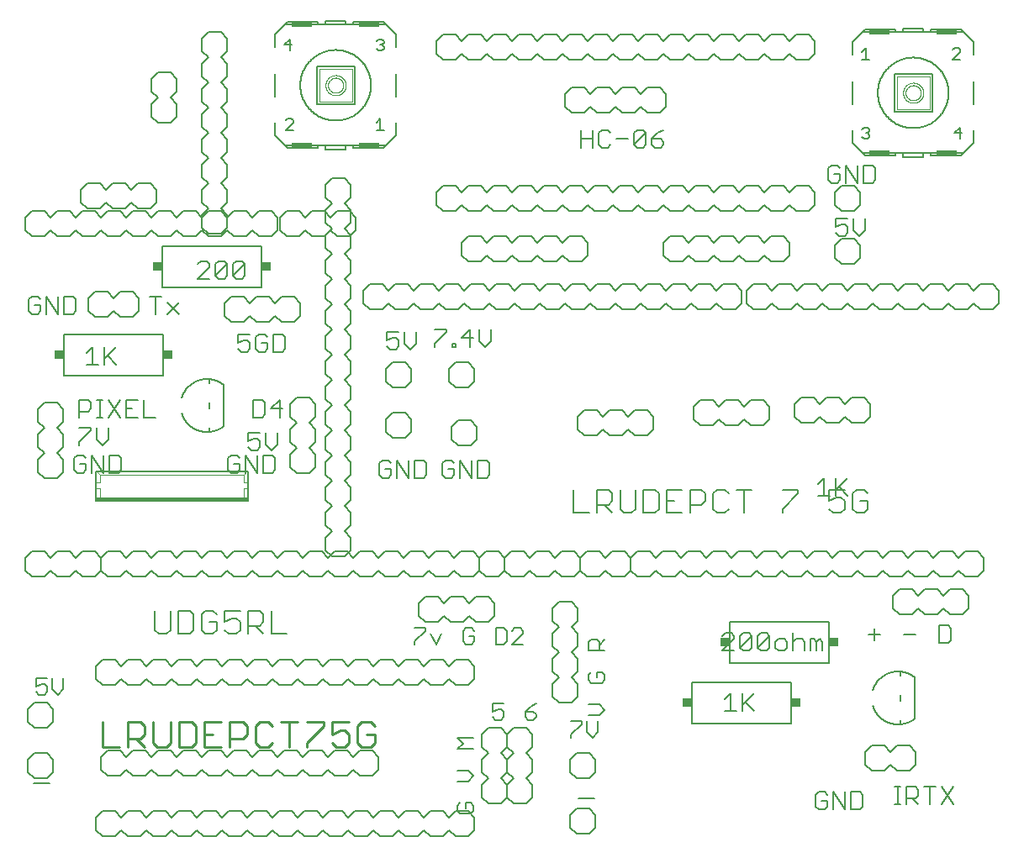
<source format=gbr>
G04 EAGLE Gerber RS-274X export*
G75*
%MOMM*%
%FSLAX34Y34*%
%LPD*%
%INSilkscreen Top*%
%IPPOS*%
%AMOC8*
5,1,8,0,0,1.08239X$1,22.5*%
G01*
%ADD10C,0.203200*%
%ADD11C,0.152400*%
%ADD12C,0.228600*%
%ADD13C,0.050800*%
%ADD14C,0.127000*%
%ADD15R,2.159000X0.508000*%
%ADD16R,15.250000X0.375000*%
%ADD17R,0.850000X0.812800*%


D10*
X13716Y71130D02*
X29308Y71130D01*
X562356Y55890D02*
X577948Y55890D01*
D11*
X565329Y133872D02*
X554482Y133872D01*
X565329Y133872D02*
X565329Y131160D01*
X554482Y120314D01*
X554482Y117602D01*
X570854Y123025D02*
X570854Y133872D01*
X570854Y123025D02*
X576277Y117602D01*
X581700Y123025D01*
X581700Y133872D01*
D12*
X82423Y133499D02*
X82423Y107823D01*
X99540Y107823D01*
X108150Y107823D02*
X108150Y133499D01*
X120988Y133499D01*
X125267Y129220D01*
X125267Y120661D01*
X120988Y116382D01*
X108150Y116382D01*
X116708Y116382D02*
X125267Y107823D01*
X133877Y112102D02*
X133877Y133499D01*
X133877Y112102D02*
X138156Y107823D01*
X146715Y107823D01*
X150994Y112102D01*
X150994Y133499D01*
X159603Y133499D02*
X159603Y107823D01*
X172441Y107823D01*
X176721Y112102D01*
X176721Y129220D01*
X172441Y133499D01*
X159603Y133499D01*
X185330Y133499D02*
X202447Y133499D01*
X185330Y133499D02*
X185330Y107823D01*
X202447Y107823D01*
X193889Y120661D02*
X185330Y120661D01*
X211057Y107823D02*
X211057Y133499D01*
X223895Y133499D01*
X228174Y129220D01*
X228174Y120661D01*
X223895Y116382D01*
X211057Y116382D01*
X249622Y133499D02*
X253901Y129220D01*
X249622Y133499D02*
X241063Y133499D01*
X236784Y129220D01*
X236784Y112102D01*
X241063Y107823D01*
X249622Y107823D01*
X253901Y112102D01*
X271069Y107823D02*
X271069Y133499D01*
X262510Y133499D02*
X279628Y133499D01*
X288237Y133499D02*
X305355Y133499D01*
X305355Y129220D01*
X288237Y112102D01*
X288237Y107823D01*
X313964Y133499D02*
X331081Y133499D01*
X313964Y133499D02*
X313964Y120661D01*
X322523Y124940D01*
X326802Y124940D01*
X331081Y120661D01*
X331081Y112102D01*
X326802Y107823D01*
X318243Y107823D01*
X313964Y112102D01*
X352529Y133499D02*
X356808Y129220D01*
X352529Y133499D02*
X343970Y133499D01*
X339691Y129220D01*
X339691Y112102D01*
X343970Y107823D01*
X352529Y107823D01*
X356808Y112102D01*
X356808Y120661D01*
X348249Y120661D01*
D11*
X26849Y177052D02*
X16002Y177052D01*
X16002Y168917D01*
X21425Y171629D01*
X24137Y171629D01*
X26849Y168917D01*
X26849Y163494D01*
X24137Y160782D01*
X18714Y160782D01*
X16002Y163494D01*
X32374Y166205D02*
X32374Y177052D01*
X32374Y166205D02*
X37797Y160782D01*
X43220Y166205D01*
X43220Y177052D01*
X440168Y48959D02*
X442880Y51671D01*
X440168Y48959D02*
X440168Y43536D01*
X442880Y40824D01*
X453726Y40824D01*
X456438Y43536D01*
X456438Y48959D01*
X453726Y51671D01*
X448303Y51671D01*
X448303Y46247D01*
X451015Y73567D02*
X440168Y73567D01*
X451015Y73567D02*
X456438Y78990D01*
X451015Y84414D01*
X440168Y84414D01*
X440168Y106310D02*
X456438Y106310D01*
X445591Y111734D02*
X440168Y106310D01*
X445591Y111734D02*
X440168Y117157D01*
X456438Y117157D01*
X825425Y691231D02*
X822460Y694197D01*
X816528Y694197D01*
X813562Y691231D01*
X813562Y679368D01*
X816528Y676402D01*
X822460Y676402D01*
X825425Y679368D01*
X825425Y685300D01*
X819494Y685300D01*
X831337Y694197D02*
X831337Y676402D01*
X843200Y676402D02*
X831337Y694197D01*
X843200Y694197D02*
X843200Y676402D01*
X849112Y676402D02*
X849112Y694197D01*
X849112Y676402D02*
X858009Y676402D01*
X860975Y679368D01*
X860975Y691231D01*
X858009Y694197D01*
X849112Y694197D01*
X833045Y640857D02*
X821182Y640857D01*
X821182Y631960D01*
X827114Y634925D01*
X830080Y634925D01*
X833045Y631960D01*
X833045Y626028D01*
X830080Y623062D01*
X824148Y623062D01*
X821182Y626028D01*
X838957Y628994D02*
X838957Y640857D01*
X838957Y628994D02*
X844889Y623062D01*
X850820Y628994D01*
X850820Y640857D01*
X564642Y711962D02*
X564642Y729757D01*
X564642Y720860D02*
X576505Y720860D01*
X576505Y729757D02*
X576505Y711962D01*
X594280Y726791D02*
X591314Y729757D01*
X585383Y729757D01*
X582417Y726791D01*
X582417Y714928D01*
X585383Y711962D01*
X591314Y711962D01*
X594280Y714928D01*
X600192Y720860D02*
X612055Y720860D01*
X617967Y714928D02*
X617967Y726791D01*
X620932Y729757D01*
X626864Y729757D01*
X629830Y726791D01*
X629830Y714928D01*
X626864Y711962D01*
X620932Y711962D01*
X617967Y714928D01*
X629830Y726791D01*
X641673Y726791D02*
X647605Y729757D01*
X641673Y726791D02*
X635741Y720860D01*
X635741Y714928D01*
X638707Y711962D01*
X644639Y711962D01*
X647605Y714928D01*
X647605Y717894D01*
X644639Y720860D01*
X635741Y720860D01*
X380925Y526557D02*
X369062Y526557D01*
X369062Y517660D01*
X374994Y520625D01*
X377960Y520625D01*
X380925Y517660D01*
X380925Y511728D01*
X377960Y508762D01*
X372028Y508762D01*
X369062Y511728D01*
X386837Y514694D02*
X386837Y526557D01*
X386837Y514694D02*
X392769Y508762D01*
X398700Y514694D01*
X398700Y526557D01*
X370340Y397017D02*
X373305Y394051D01*
X370340Y397017D02*
X364408Y397017D01*
X361442Y394051D01*
X361442Y382188D01*
X364408Y379222D01*
X370340Y379222D01*
X373305Y382188D01*
X373305Y388120D01*
X367374Y388120D01*
X379217Y397017D02*
X379217Y379222D01*
X391080Y379222D02*
X379217Y397017D01*
X391080Y397017D02*
X391080Y379222D01*
X396992Y379222D02*
X396992Y397017D01*
X396992Y379222D02*
X405889Y379222D01*
X408855Y382188D01*
X408855Y394051D01*
X405889Y397017D01*
X396992Y397017D01*
X234442Y440182D02*
X234442Y457977D01*
X234442Y440182D02*
X243340Y440182D01*
X246305Y443148D01*
X246305Y455011D01*
X243340Y457977D01*
X234442Y457977D01*
X261114Y457977D02*
X261114Y440182D01*
X252217Y449080D02*
X261114Y457977D01*
X264080Y449080D02*
X252217Y449080D01*
X241225Y424957D02*
X229362Y424957D01*
X229362Y416060D01*
X235294Y419025D01*
X238260Y419025D01*
X241225Y416060D01*
X241225Y410128D01*
X238260Y407162D01*
X232328Y407162D01*
X229362Y410128D01*
X247137Y413094D02*
X247137Y424957D01*
X247137Y413094D02*
X253069Y407162D01*
X259000Y413094D01*
X259000Y424957D01*
X220905Y399131D02*
X217940Y402097D01*
X212008Y402097D01*
X209042Y399131D01*
X209042Y387268D01*
X212008Y384302D01*
X217940Y384302D01*
X220905Y387268D01*
X220905Y393200D01*
X214974Y393200D01*
X226817Y402097D02*
X226817Y384302D01*
X238680Y384302D02*
X226817Y402097D01*
X238680Y402097D02*
X238680Y384302D01*
X244592Y384302D02*
X244592Y402097D01*
X244592Y384302D02*
X253489Y384302D01*
X256455Y387268D01*
X256455Y399131D01*
X253489Y402097D01*
X244592Y402097D01*
X59182Y440182D02*
X59182Y457977D01*
X68080Y457977D01*
X71045Y455011D01*
X71045Y449080D01*
X68080Y446114D01*
X59182Y446114D01*
X76957Y440182D02*
X82889Y440182D01*
X79923Y440182D02*
X79923Y457977D01*
X76957Y457977D02*
X82889Y457977D01*
X88807Y457977D02*
X100670Y440182D01*
X88807Y440182D02*
X100670Y457977D01*
X106582Y457977D02*
X118445Y457977D01*
X106582Y457977D02*
X106582Y440182D01*
X118445Y440182D01*
X112513Y449080D02*
X106582Y449080D01*
X124356Y457977D02*
X124356Y440182D01*
X136220Y440182D01*
X71045Y430037D02*
X59182Y430037D01*
X71045Y430037D02*
X71045Y427071D01*
X59182Y415208D01*
X59182Y412242D01*
X76957Y418174D02*
X76957Y430037D01*
X76957Y418174D02*
X82889Y412242D01*
X88820Y418174D01*
X88820Y430037D01*
X63000Y402097D02*
X65965Y399131D01*
X63000Y402097D02*
X57068Y402097D01*
X54102Y399131D01*
X54102Y387268D01*
X57068Y384302D01*
X63000Y384302D01*
X65965Y387268D01*
X65965Y393200D01*
X60034Y393200D01*
X71877Y402097D02*
X71877Y384302D01*
X83740Y384302D02*
X71877Y402097D01*
X83740Y402097D02*
X83740Y384302D01*
X89652Y384302D02*
X89652Y402097D01*
X89652Y384302D02*
X98549Y384302D01*
X101515Y387268D01*
X101515Y399131D01*
X98549Y402097D01*
X89652Y402097D01*
X20245Y559151D02*
X17280Y562117D01*
X11348Y562117D01*
X8382Y559151D01*
X8382Y547288D01*
X11348Y544322D01*
X17280Y544322D01*
X20245Y547288D01*
X20245Y553220D01*
X14314Y553220D01*
X26157Y562117D02*
X26157Y544322D01*
X38020Y544322D02*
X26157Y562117D01*
X38020Y562117D02*
X38020Y544322D01*
X43932Y544322D02*
X43932Y562117D01*
X43932Y544322D02*
X52829Y544322D01*
X55795Y547288D01*
X55795Y559151D01*
X52829Y562117D01*
X43932Y562117D01*
X136234Y562117D02*
X136234Y544322D01*
X130302Y562117D02*
X142165Y562117D01*
X148077Y556185D02*
X159940Y544322D01*
X148077Y544322D02*
X159940Y556185D01*
X219202Y524017D02*
X231065Y524017D01*
X219202Y524017D02*
X219202Y515120D01*
X225134Y518085D01*
X228100Y518085D01*
X231065Y515120D01*
X231065Y509188D01*
X228100Y506222D01*
X222168Y506222D01*
X219202Y509188D01*
X245874Y524017D02*
X248840Y521051D01*
X245874Y524017D02*
X239943Y524017D01*
X236977Y521051D01*
X236977Y509188D01*
X239943Y506222D01*
X245874Y506222D01*
X248840Y509188D01*
X248840Y515120D01*
X242909Y515120D01*
X254752Y524017D02*
X254752Y506222D01*
X263649Y506222D01*
X266615Y509188D01*
X266615Y521051D01*
X263649Y524017D01*
X254752Y524017D01*
D10*
X557276Y367304D02*
X557276Y343916D01*
X572868Y343916D01*
X580664Y343916D02*
X580664Y367304D01*
X592358Y367304D01*
X596256Y363406D01*
X596256Y355610D01*
X592358Y351712D01*
X580664Y351712D01*
X588460Y351712D02*
X596256Y343916D01*
X604052Y347814D02*
X604052Y367304D01*
X604052Y347814D02*
X607950Y343916D01*
X615746Y343916D01*
X619644Y347814D01*
X619644Y367304D01*
X627440Y367304D02*
X627440Y343916D01*
X639134Y343916D01*
X643032Y347814D01*
X643032Y363406D01*
X639134Y367304D01*
X627440Y367304D01*
X650828Y367304D02*
X666420Y367304D01*
X650828Y367304D02*
X650828Y343916D01*
X666420Y343916D01*
X658624Y355610D02*
X650828Y355610D01*
X674216Y343916D02*
X674216Y367304D01*
X685910Y367304D01*
X689808Y363406D01*
X689808Y355610D01*
X685910Y351712D01*
X674216Y351712D01*
X709298Y367304D02*
X713196Y363406D01*
X709298Y367304D02*
X701502Y367304D01*
X697604Y363406D01*
X697604Y347814D01*
X701502Y343916D01*
X709298Y343916D01*
X713196Y347814D01*
X728788Y343916D02*
X728788Y367304D01*
X720992Y367304D02*
X736584Y367304D01*
X767768Y367304D02*
X783360Y367304D01*
X783360Y363406D01*
X767768Y347814D01*
X767768Y343916D01*
X814544Y367304D02*
X830136Y367304D01*
X814544Y367304D02*
X814544Y355610D01*
X822340Y359508D01*
X826238Y359508D01*
X830136Y355610D01*
X830136Y347814D01*
X826238Y343916D01*
X818442Y343916D01*
X814544Y347814D01*
X849626Y367304D02*
X853524Y363406D01*
X849626Y367304D02*
X841830Y367304D01*
X837932Y363406D01*
X837932Y347814D01*
X841830Y343916D01*
X849626Y343916D01*
X853524Y347814D01*
X853524Y355610D01*
X845728Y355610D01*
D11*
X436805Y394051D02*
X433840Y397017D01*
X427908Y397017D01*
X424942Y394051D01*
X424942Y382188D01*
X427908Y379222D01*
X433840Y379222D01*
X436805Y382188D01*
X436805Y388120D01*
X430874Y388120D01*
X442717Y397017D02*
X442717Y379222D01*
X454580Y379222D02*
X442717Y397017D01*
X454580Y397017D02*
X454580Y379222D01*
X460492Y379222D02*
X460492Y397017D01*
X460492Y379222D02*
X469389Y379222D01*
X472355Y382188D01*
X472355Y394051D01*
X469389Y397017D01*
X460492Y397017D01*
X429185Y529097D02*
X417322Y529097D01*
X429185Y529097D02*
X429185Y526131D01*
X417322Y514268D01*
X417322Y511302D01*
X435097Y511302D02*
X435097Y514268D01*
X438063Y514268D01*
X438063Y511302D01*
X435097Y511302D01*
X452882Y511302D02*
X452882Y529097D01*
X443984Y520200D01*
X455848Y520200D01*
X461759Y517234D02*
X461759Y529097D01*
X461759Y517234D02*
X467691Y511302D01*
X473623Y517234D01*
X473623Y529097D01*
X72734Y511317D02*
X66802Y505385D01*
X72734Y511317D02*
X72734Y493522D01*
X78665Y493522D02*
X66802Y493522D01*
X84577Y493522D02*
X84577Y511317D01*
X84577Y499454D02*
X96440Y511317D01*
X87543Y502420D02*
X96440Y493522D01*
X178562Y579882D02*
X190425Y579882D01*
X178562Y579882D02*
X190425Y591745D01*
X190425Y594711D01*
X187460Y597677D01*
X181528Y597677D01*
X178562Y594711D01*
X196337Y594711D02*
X196337Y582848D01*
X196337Y594711D02*
X199303Y597677D01*
X205234Y597677D01*
X208200Y594711D01*
X208200Y582848D01*
X205234Y579882D01*
X199303Y579882D01*
X196337Y582848D01*
X208200Y594711D01*
X214112Y594711D02*
X214112Y582848D01*
X214112Y594711D02*
X217078Y597677D01*
X223009Y597677D01*
X225975Y594711D01*
X225975Y582848D01*
X223009Y579882D01*
X217078Y579882D01*
X214112Y582848D01*
X225975Y594711D01*
X803402Y373305D02*
X809334Y379237D01*
X809334Y361442D01*
X815265Y361442D02*
X803402Y361442D01*
X821177Y361442D02*
X821177Y379237D01*
X821177Y367374D02*
X833040Y379237D01*
X824143Y370340D02*
X833040Y361442D01*
X715364Y161813D02*
X709432Y155881D01*
X715364Y161813D02*
X715364Y144018D01*
X709432Y144018D02*
X721296Y144018D01*
X727207Y144018D02*
X727207Y161813D01*
X727207Y149950D02*
X739071Y161813D01*
X730173Y152916D02*
X739071Y144018D01*
X583095Y139884D02*
X572248Y139884D01*
X583095Y139884D02*
X588518Y145307D01*
X583095Y150731D01*
X572248Y150731D01*
X572248Y180762D02*
X574960Y183474D01*
X572248Y180762D02*
X572248Y175339D01*
X574960Y172627D01*
X585806Y172627D01*
X588518Y175339D01*
X588518Y180762D01*
X585806Y183474D01*
X580383Y183474D01*
X580383Y178050D01*
X588518Y205370D02*
X572248Y205370D01*
X572248Y213505D01*
X574960Y216217D01*
X580383Y216217D01*
X583095Y213505D01*
X583095Y205370D01*
X583095Y210794D02*
X588518Y216217D01*
X809775Y62753D02*
X812741Y59787D01*
X809775Y62753D02*
X803843Y62753D01*
X800877Y59787D01*
X800877Y47924D01*
X803843Y44958D01*
X809775Y44958D01*
X812741Y47924D01*
X812741Y53856D01*
X806809Y53856D01*
X818652Y62753D02*
X818652Y44958D01*
X830516Y44958D02*
X818652Y62753D01*
X830516Y62753D02*
X830516Y44958D01*
X836427Y44958D02*
X836427Y62753D01*
X836427Y44958D02*
X845325Y44958D01*
X848291Y47924D01*
X848291Y59787D01*
X845325Y62753D01*
X836427Y62753D01*
X880467Y50038D02*
X886399Y50038D01*
X883433Y50038D02*
X883433Y67833D01*
X880467Y67833D02*
X886399Y67833D01*
X892317Y67833D02*
X892317Y50038D01*
X892317Y67833D02*
X901215Y67833D01*
X904181Y64867D01*
X904181Y58936D01*
X901215Y55970D01*
X892317Y55970D01*
X898249Y55970D02*
X904181Y50038D01*
X916024Y50038D02*
X916024Y67833D01*
X910092Y67833D02*
X921956Y67833D01*
X927867Y67833D02*
X939731Y50038D01*
X927867Y50038D02*
X939731Y67833D01*
X718776Y204978D02*
X706913Y204978D01*
X718776Y216841D01*
X718776Y219807D01*
X715810Y222773D01*
X709879Y222773D01*
X706913Y219807D01*
X724688Y219807D02*
X724688Y207944D01*
X724688Y219807D02*
X727653Y222773D01*
X733585Y222773D01*
X736551Y219807D01*
X736551Y207944D01*
X733585Y204978D01*
X727653Y204978D01*
X724688Y207944D01*
X736551Y219807D01*
X742462Y219807D02*
X742462Y207944D01*
X742462Y219807D02*
X745428Y222773D01*
X751360Y222773D01*
X754326Y219807D01*
X754326Y207944D01*
X751360Y204978D01*
X745428Y204978D01*
X742462Y207944D01*
X754326Y219807D01*
X763203Y204978D02*
X769135Y204978D01*
X772101Y207944D01*
X772101Y213876D01*
X769135Y216841D01*
X763203Y216841D01*
X760237Y213876D01*
X760237Y207944D01*
X763203Y204978D01*
X778012Y204978D02*
X778012Y222773D01*
X780978Y216841D02*
X778012Y213876D01*
X780978Y216841D02*
X786910Y216841D01*
X789876Y213876D01*
X789876Y204978D01*
X795787Y204978D02*
X795787Y216841D01*
X798753Y216841D01*
X801719Y213876D01*
X801719Y204978D01*
X801719Y213876D02*
X804685Y216841D01*
X807650Y213876D01*
X807650Y204978D01*
X854228Y221496D02*
X866091Y221496D01*
X860159Y227427D02*
X860159Y215564D01*
X889777Y221496D02*
X901641Y221496D01*
X925327Y230393D02*
X925327Y212598D01*
X934225Y212598D01*
X937191Y215564D01*
X937191Y227427D01*
X934225Y230393D01*
X925327Y230393D01*
X486589Y151652D02*
X475742Y151652D01*
X475742Y143517D01*
X481165Y146229D01*
X483877Y146229D01*
X486589Y143517D01*
X486589Y138094D01*
X483877Y135382D01*
X478454Y135382D01*
X475742Y138094D01*
X513908Y148940D02*
X519332Y151652D01*
X513908Y148940D02*
X508485Y143517D01*
X508485Y138094D01*
X511197Y135382D01*
X516620Y135382D01*
X519332Y138094D01*
X519332Y140805D01*
X516620Y143517D01*
X508485Y143517D01*
X407849Y227852D02*
X397002Y227852D01*
X407849Y227852D02*
X407849Y225140D01*
X397002Y214294D01*
X397002Y211582D01*
X413374Y222429D02*
X418797Y211582D01*
X424220Y222429D01*
X454252Y227852D02*
X456963Y225140D01*
X454252Y227852D02*
X448828Y227852D01*
X446117Y225140D01*
X446117Y214294D01*
X448828Y211582D01*
X454252Y211582D01*
X456963Y214294D01*
X456963Y219717D01*
X451540Y219717D01*
X478860Y227852D02*
X478860Y211582D01*
X486995Y211582D01*
X489706Y214294D01*
X489706Y225140D01*
X486995Y227852D01*
X478860Y227852D01*
X495231Y211582D02*
X506078Y211582D01*
X495231Y211582D02*
X506078Y222429D01*
X506078Y225140D01*
X503366Y227852D01*
X497943Y227852D01*
X495231Y225140D01*
D10*
X135636Y225894D02*
X135636Y245384D01*
X135636Y225894D02*
X139534Y221996D01*
X147330Y221996D01*
X151228Y225894D01*
X151228Y245384D01*
X159024Y245384D02*
X159024Y221996D01*
X170718Y221996D01*
X174616Y225894D01*
X174616Y241486D01*
X170718Y245384D01*
X159024Y245384D01*
X194106Y245384D02*
X198004Y241486D01*
X194106Y245384D02*
X186310Y245384D01*
X182412Y241486D01*
X182412Y225894D01*
X186310Y221996D01*
X194106Y221996D01*
X198004Y225894D01*
X198004Y233690D01*
X190208Y233690D01*
X205800Y245384D02*
X221392Y245384D01*
X205800Y245384D02*
X205800Y233690D01*
X213596Y237588D01*
X217494Y237588D01*
X221392Y233690D01*
X221392Y225894D01*
X217494Y221996D01*
X209698Y221996D01*
X205800Y225894D01*
X229188Y221996D02*
X229188Y245384D01*
X240882Y245384D01*
X244780Y241486D01*
X244780Y233690D01*
X240882Y229792D01*
X229188Y229792D01*
X236984Y229792D02*
X244780Y221996D01*
X252576Y221996D02*
X252576Y245384D01*
X252576Y221996D02*
X268168Y221996D01*
X285750Y170180D02*
X298450Y170180D01*
X285750Y170180D02*
X279400Y176530D01*
X279400Y189230D02*
X285750Y195580D01*
X323850Y170180D02*
X330200Y176530D01*
X323850Y170180D02*
X311150Y170180D01*
X304800Y176530D01*
X304800Y189230D02*
X311150Y195580D01*
X323850Y195580D01*
X330200Y189230D01*
X304800Y176530D02*
X298450Y170180D01*
X304800Y189230D02*
X298450Y195580D01*
X285750Y195580D01*
X361950Y170180D02*
X374650Y170180D01*
X361950Y170180D02*
X355600Y176530D01*
X355600Y189230D02*
X361950Y195580D01*
X355600Y176530D02*
X349250Y170180D01*
X336550Y170180D01*
X330200Y176530D01*
X330200Y189230D02*
X336550Y195580D01*
X349250Y195580D01*
X355600Y189230D01*
X400050Y170180D02*
X406400Y176530D01*
X400050Y170180D02*
X387350Y170180D01*
X381000Y176530D01*
X381000Y189230D02*
X387350Y195580D01*
X400050Y195580D01*
X406400Y189230D01*
X381000Y176530D02*
X374650Y170180D01*
X381000Y189230D02*
X374650Y195580D01*
X361950Y195580D01*
X438150Y170180D02*
X450850Y170180D01*
X438150Y170180D02*
X431800Y176530D01*
X431800Y189230D02*
X438150Y195580D01*
X431800Y176530D02*
X425450Y170180D01*
X412750Y170180D01*
X406400Y176530D01*
X406400Y189230D02*
X412750Y195580D01*
X425450Y195580D01*
X431800Y189230D01*
X457200Y189230D02*
X457200Y176530D01*
X450850Y170180D01*
X457200Y189230D02*
X450850Y195580D01*
X438150Y195580D01*
X120650Y170180D02*
X107950Y170180D01*
X101600Y176530D01*
X101600Y189230D02*
X107950Y195580D01*
X146050Y170180D02*
X152400Y176530D01*
X146050Y170180D02*
X133350Y170180D01*
X127000Y176530D01*
X127000Y189230D02*
X133350Y195580D01*
X146050Y195580D01*
X152400Y189230D01*
X127000Y176530D02*
X120650Y170180D01*
X127000Y189230D02*
X120650Y195580D01*
X107950Y195580D01*
X184150Y170180D02*
X196850Y170180D01*
X184150Y170180D02*
X177800Y176530D01*
X177800Y189230D02*
X184150Y195580D01*
X177800Y176530D02*
X171450Y170180D01*
X158750Y170180D01*
X152400Y176530D01*
X152400Y189230D02*
X158750Y195580D01*
X171450Y195580D01*
X177800Y189230D01*
X222250Y170180D02*
X228600Y176530D01*
X222250Y170180D02*
X209550Y170180D01*
X203200Y176530D01*
X203200Y189230D02*
X209550Y195580D01*
X222250Y195580D01*
X228600Y189230D01*
X203200Y176530D02*
X196850Y170180D01*
X203200Y189230D02*
X196850Y195580D01*
X184150Y195580D01*
X260350Y170180D02*
X273050Y170180D01*
X260350Y170180D02*
X254000Y176530D01*
X254000Y189230D02*
X260350Y195580D01*
X254000Y176530D02*
X247650Y170180D01*
X234950Y170180D01*
X228600Y176530D01*
X228600Y189230D02*
X234950Y195580D01*
X247650Y195580D01*
X254000Y189230D01*
X273050Y170180D02*
X279400Y176530D01*
X279400Y189230D02*
X273050Y195580D01*
X260350Y195580D01*
X101600Y176530D02*
X95250Y170180D01*
X82550Y170180D01*
X76200Y176530D01*
X76200Y189230D01*
X82550Y195580D01*
X95250Y195580D01*
X101600Y189230D01*
X234950Y43180D02*
X247650Y43180D01*
X254000Y36830D01*
X254000Y24130D02*
X247650Y17780D01*
X209550Y43180D02*
X203200Y36830D01*
X209550Y43180D02*
X222250Y43180D01*
X228600Y36830D01*
X228600Y24130D02*
X222250Y17780D01*
X209550Y17780D01*
X203200Y24130D01*
X228600Y36830D02*
X234950Y43180D01*
X228600Y24130D02*
X234950Y17780D01*
X247650Y17780D01*
X171450Y43180D02*
X158750Y43180D01*
X171450Y43180D02*
X177800Y36830D01*
X177800Y24130D02*
X171450Y17780D01*
X177800Y36830D02*
X184150Y43180D01*
X196850Y43180D01*
X203200Y36830D01*
X203200Y24130D02*
X196850Y17780D01*
X184150Y17780D01*
X177800Y24130D01*
X133350Y43180D02*
X127000Y36830D01*
X133350Y43180D02*
X146050Y43180D01*
X152400Y36830D01*
X152400Y24130D02*
X146050Y17780D01*
X133350Y17780D01*
X127000Y24130D01*
X152400Y36830D02*
X158750Y43180D01*
X152400Y24130D02*
X158750Y17780D01*
X171450Y17780D01*
X95250Y43180D02*
X82550Y43180D01*
X95250Y43180D02*
X101600Y36830D01*
X101600Y24130D02*
X95250Y17780D01*
X101600Y36830D02*
X107950Y43180D01*
X120650Y43180D01*
X127000Y36830D01*
X127000Y24130D02*
X120650Y17780D01*
X107950Y17780D01*
X101600Y24130D01*
X76200Y24130D02*
X76200Y36830D01*
X82550Y43180D01*
X76200Y24130D02*
X82550Y17780D01*
X95250Y17780D01*
X412750Y43180D02*
X425450Y43180D01*
X431800Y36830D01*
X431800Y24130D02*
X425450Y17780D01*
X387350Y43180D02*
X381000Y36830D01*
X387350Y43180D02*
X400050Y43180D01*
X406400Y36830D01*
X406400Y24130D02*
X400050Y17780D01*
X387350Y17780D01*
X381000Y24130D01*
X406400Y36830D02*
X412750Y43180D01*
X406400Y24130D02*
X412750Y17780D01*
X425450Y17780D01*
X349250Y43180D02*
X336550Y43180D01*
X349250Y43180D02*
X355600Y36830D01*
X355600Y24130D02*
X349250Y17780D01*
X355600Y36830D02*
X361950Y43180D01*
X374650Y43180D01*
X381000Y36830D01*
X381000Y24130D02*
X374650Y17780D01*
X361950Y17780D01*
X355600Y24130D01*
X311150Y43180D02*
X304800Y36830D01*
X311150Y43180D02*
X323850Y43180D01*
X330200Y36830D01*
X330200Y24130D02*
X323850Y17780D01*
X311150Y17780D01*
X304800Y24130D01*
X330200Y36830D02*
X336550Y43180D01*
X330200Y24130D02*
X336550Y17780D01*
X349250Y17780D01*
X273050Y43180D02*
X260350Y43180D01*
X273050Y43180D02*
X279400Y36830D01*
X279400Y24130D02*
X273050Y17780D01*
X279400Y36830D02*
X285750Y43180D01*
X298450Y43180D01*
X304800Y36830D01*
X304800Y24130D02*
X298450Y17780D01*
X285750Y17780D01*
X279400Y24130D01*
X260350Y43180D02*
X254000Y36830D01*
X254000Y24130D02*
X260350Y17780D01*
X273050Y17780D01*
X431800Y36830D02*
X438150Y43180D01*
X450850Y43180D01*
X457200Y36830D01*
X457200Y24130D01*
X450850Y17780D01*
X438150Y17780D01*
X431800Y24130D01*
X561340Y158750D02*
X561340Y171450D01*
X561340Y158750D02*
X554990Y152400D01*
X542290Y152400D02*
X535940Y158750D01*
X561340Y196850D02*
X554990Y203200D01*
X561340Y196850D02*
X561340Y184150D01*
X554990Y177800D01*
X542290Y177800D02*
X535940Y184150D01*
X535940Y196850D01*
X542290Y203200D01*
X554990Y177800D02*
X561340Y171450D01*
X542290Y177800D02*
X535940Y171450D01*
X535940Y158750D01*
X561340Y234950D02*
X561340Y247650D01*
X561340Y234950D02*
X554990Y228600D01*
X542290Y228600D02*
X535940Y234950D01*
X554990Y228600D02*
X561340Y222250D01*
X561340Y209550D01*
X554990Y203200D01*
X542290Y203200D02*
X535940Y209550D01*
X535940Y222250D01*
X542290Y228600D01*
X542290Y254000D02*
X554990Y254000D01*
X561340Y247650D01*
X542290Y254000D02*
X535940Y247650D01*
X535940Y234950D01*
X542290Y152400D02*
X554990Y152400D01*
X572770Y101600D02*
X579120Y95250D01*
X572770Y101600D02*
X560070Y101600D01*
X553720Y95250D01*
X553720Y82550D01*
X560070Y76200D01*
X572770Y76200D01*
X579120Y82550D01*
X579120Y95250D01*
X572770Y45720D02*
X579120Y39370D01*
X572770Y45720D02*
X560070Y45720D01*
X553720Y39370D01*
X553720Y26670D01*
X560070Y20320D01*
X572770Y20320D01*
X579120Y26670D01*
X579120Y39370D01*
X33020Y146050D02*
X26670Y152400D01*
X13970Y152400D01*
X7620Y146050D01*
X7620Y133350D01*
X13970Y127000D01*
X26670Y127000D01*
X33020Y133350D01*
X33020Y146050D01*
X26670Y101600D02*
X33020Y95250D01*
X26670Y101600D02*
X13970Y101600D01*
X7620Y95250D01*
X7620Y82550D01*
X13970Y76200D01*
X26670Y76200D01*
X33020Y82550D01*
X33020Y95250D01*
X577850Y673100D02*
X590550Y673100D01*
X596900Y666750D01*
X596900Y654050D02*
X590550Y647700D01*
X552450Y673100D02*
X546100Y666750D01*
X552450Y673100D02*
X565150Y673100D01*
X571500Y666750D01*
X571500Y654050D02*
X565150Y647700D01*
X552450Y647700D01*
X546100Y654050D01*
X571500Y666750D02*
X577850Y673100D01*
X571500Y654050D02*
X577850Y647700D01*
X590550Y647700D01*
X514350Y673100D02*
X501650Y673100D01*
X514350Y673100D02*
X520700Y666750D01*
X520700Y654050D02*
X514350Y647700D01*
X520700Y666750D02*
X527050Y673100D01*
X539750Y673100D01*
X546100Y666750D01*
X546100Y654050D02*
X539750Y647700D01*
X527050Y647700D01*
X520700Y654050D01*
X476250Y673100D02*
X469900Y666750D01*
X476250Y673100D02*
X488950Y673100D01*
X495300Y666750D01*
X495300Y654050D02*
X488950Y647700D01*
X476250Y647700D01*
X469900Y654050D01*
X495300Y666750D02*
X501650Y673100D01*
X495300Y654050D02*
X501650Y647700D01*
X514350Y647700D01*
X438150Y673100D02*
X425450Y673100D01*
X438150Y673100D02*
X444500Y666750D01*
X444500Y654050D02*
X438150Y647700D01*
X444500Y666750D02*
X450850Y673100D01*
X463550Y673100D01*
X469900Y666750D01*
X469900Y654050D02*
X463550Y647700D01*
X450850Y647700D01*
X444500Y654050D01*
X419100Y654050D02*
X419100Y666750D01*
X425450Y673100D01*
X419100Y654050D02*
X425450Y647700D01*
X438150Y647700D01*
X755650Y673100D02*
X768350Y673100D01*
X774700Y666750D01*
X774700Y654050D02*
X768350Y647700D01*
X730250Y673100D02*
X723900Y666750D01*
X730250Y673100D02*
X742950Y673100D01*
X749300Y666750D01*
X749300Y654050D02*
X742950Y647700D01*
X730250Y647700D01*
X723900Y654050D01*
X749300Y666750D02*
X755650Y673100D01*
X749300Y654050D02*
X755650Y647700D01*
X768350Y647700D01*
X692150Y673100D02*
X679450Y673100D01*
X692150Y673100D02*
X698500Y666750D01*
X698500Y654050D02*
X692150Y647700D01*
X698500Y666750D02*
X704850Y673100D01*
X717550Y673100D01*
X723900Y666750D01*
X723900Y654050D02*
X717550Y647700D01*
X704850Y647700D01*
X698500Y654050D01*
X654050Y673100D02*
X647700Y666750D01*
X654050Y673100D02*
X666750Y673100D01*
X673100Y666750D01*
X673100Y654050D02*
X666750Y647700D01*
X654050Y647700D01*
X647700Y654050D01*
X673100Y666750D02*
X679450Y673100D01*
X673100Y654050D02*
X679450Y647700D01*
X692150Y647700D01*
X615950Y673100D02*
X603250Y673100D01*
X615950Y673100D02*
X622300Y666750D01*
X622300Y654050D02*
X615950Y647700D01*
X622300Y666750D02*
X628650Y673100D01*
X641350Y673100D01*
X647700Y666750D01*
X647700Y654050D02*
X641350Y647700D01*
X628650Y647700D01*
X622300Y654050D01*
X603250Y673100D02*
X596900Y666750D01*
X596900Y654050D02*
X603250Y647700D01*
X615950Y647700D01*
X774700Y666750D02*
X781050Y673100D01*
X793750Y673100D01*
X800100Y666750D01*
X800100Y654050D01*
X793750Y647700D01*
X781050Y647700D01*
X774700Y654050D01*
X641350Y800100D02*
X628650Y800100D01*
X622300Y806450D01*
X622300Y819150D02*
X628650Y825500D01*
X666750Y800100D02*
X673100Y806450D01*
X666750Y800100D02*
X654050Y800100D01*
X647700Y806450D01*
X647700Y819150D02*
X654050Y825500D01*
X666750Y825500D01*
X673100Y819150D01*
X647700Y806450D02*
X641350Y800100D01*
X647700Y819150D02*
X641350Y825500D01*
X628650Y825500D01*
X704850Y800100D02*
X717550Y800100D01*
X704850Y800100D02*
X698500Y806450D01*
X698500Y819150D02*
X704850Y825500D01*
X698500Y806450D02*
X692150Y800100D01*
X679450Y800100D01*
X673100Y806450D01*
X673100Y819150D02*
X679450Y825500D01*
X692150Y825500D01*
X698500Y819150D01*
X742950Y800100D02*
X749300Y806450D01*
X742950Y800100D02*
X730250Y800100D01*
X723900Y806450D01*
X723900Y819150D02*
X730250Y825500D01*
X742950Y825500D01*
X749300Y819150D01*
X723900Y806450D02*
X717550Y800100D01*
X723900Y819150D02*
X717550Y825500D01*
X704850Y825500D01*
X781050Y800100D02*
X793750Y800100D01*
X781050Y800100D02*
X774700Y806450D01*
X774700Y819150D02*
X781050Y825500D01*
X774700Y806450D02*
X768350Y800100D01*
X755650Y800100D01*
X749300Y806450D01*
X749300Y819150D02*
X755650Y825500D01*
X768350Y825500D01*
X774700Y819150D01*
X800100Y819150D02*
X800100Y806450D01*
X793750Y800100D01*
X800100Y819150D02*
X793750Y825500D01*
X781050Y825500D01*
X463550Y800100D02*
X450850Y800100D01*
X444500Y806450D01*
X444500Y819150D02*
X450850Y825500D01*
X488950Y800100D02*
X495300Y806450D01*
X488950Y800100D02*
X476250Y800100D01*
X469900Y806450D01*
X469900Y819150D02*
X476250Y825500D01*
X488950Y825500D01*
X495300Y819150D01*
X469900Y806450D02*
X463550Y800100D01*
X469900Y819150D02*
X463550Y825500D01*
X450850Y825500D01*
X527050Y800100D02*
X539750Y800100D01*
X527050Y800100D02*
X520700Y806450D01*
X520700Y819150D02*
X527050Y825500D01*
X520700Y806450D02*
X514350Y800100D01*
X501650Y800100D01*
X495300Y806450D01*
X495300Y819150D02*
X501650Y825500D01*
X514350Y825500D01*
X520700Y819150D01*
X565150Y800100D02*
X571500Y806450D01*
X565150Y800100D02*
X552450Y800100D01*
X546100Y806450D01*
X546100Y819150D02*
X552450Y825500D01*
X565150Y825500D01*
X571500Y819150D01*
X546100Y806450D02*
X539750Y800100D01*
X546100Y819150D02*
X539750Y825500D01*
X527050Y825500D01*
X603250Y800100D02*
X615950Y800100D01*
X603250Y800100D02*
X596900Y806450D01*
X596900Y819150D02*
X603250Y825500D01*
X596900Y806450D02*
X590550Y800100D01*
X577850Y800100D01*
X571500Y806450D01*
X571500Y819150D02*
X577850Y825500D01*
X590550Y825500D01*
X596900Y819150D01*
X615950Y800100D02*
X622300Y806450D01*
X622300Y819150D02*
X615950Y825500D01*
X603250Y825500D01*
X444500Y806450D02*
X438150Y800100D01*
X425450Y800100D01*
X419100Y806450D01*
X419100Y819150D01*
X425450Y825500D01*
X438150Y825500D01*
X444500Y819150D01*
X527050Y622300D02*
X539750Y622300D01*
X546100Y615950D01*
X546100Y603250D02*
X539750Y596900D01*
X546100Y615950D02*
X552450Y622300D01*
X565150Y622300D01*
X571500Y615950D01*
X571500Y603250D02*
X565150Y596900D01*
X552450Y596900D01*
X546100Y603250D01*
X501650Y622300D02*
X495300Y615950D01*
X501650Y622300D02*
X514350Y622300D01*
X520700Y615950D01*
X520700Y603250D02*
X514350Y596900D01*
X501650Y596900D01*
X495300Y603250D01*
X520700Y615950D02*
X527050Y622300D01*
X520700Y603250D02*
X527050Y596900D01*
X539750Y596900D01*
X463550Y622300D02*
X450850Y622300D01*
X463550Y622300D02*
X469900Y615950D01*
X469900Y603250D02*
X463550Y596900D01*
X469900Y615950D02*
X476250Y622300D01*
X488950Y622300D01*
X495300Y615950D01*
X495300Y603250D02*
X488950Y596900D01*
X476250Y596900D01*
X469900Y603250D01*
X444500Y603250D02*
X444500Y615950D01*
X450850Y622300D01*
X444500Y603250D02*
X450850Y596900D01*
X463550Y596900D01*
X571500Y603250D02*
X571500Y615950D01*
X730250Y622300D02*
X742950Y622300D01*
X749300Y615950D01*
X749300Y603250D02*
X742950Y596900D01*
X749300Y615950D02*
X755650Y622300D01*
X768350Y622300D01*
X774700Y615950D01*
X774700Y603250D02*
X768350Y596900D01*
X755650Y596900D01*
X749300Y603250D01*
X704850Y622300D02*
X698500Y615950D01*
X704850Y622300D02*
X717550Y622300D01*
X723900Y615950D01*
X723900Y603250D02*
X717550Y596900D01*
X704850Y596900D01*
X698500Y603250D01*
X723900Y615950D02*
X730250Y622300D01*
X723900Y603250D02*
X730250Y596900D01*
X742950Y596900D01*
X666750Y622300D02*
X654050Y622300D01*
X666750Y622300D02*
X673100Y615950D01*
X673100Y603250D02*
X666750Y596900D01*
X673100Y615950D02*
X679450Y622300D01*
X692150Y622300D01*
X698500Y615950D01*
X698500Y603250D02*
X692150Y596900D01*
X679450Y596900D01*
X673100Y603250D01*
X647700Y603250D02*
X647700Y615950D01*
X654050Y622300D01*
X647700Y603250D02*
X654050Y596900D01*
X666750Y596900D01*
X774700Y603250D02*
X774700Y615950D01*
D11*
X336550Y755650D02*
X298450Y755650D01*
X298450Y793750D01*
X336550Y793750D01*
X336550Y755650D01*
D13*
X334010Y758190D02*
X300990Y758190D01*
X300990Y791210D01*
X334010Y791210D01*
X334010Y758190D01*
D11*
X327660Y713740D02*
X327660Y709930D01*
X327660Y713740D02*
X307340Y713740D01*
X307340Y709930D02*
X327660Y709930D01*
X307340Y709930D02*
X307340Y713740D01*
X266700Y713740D02*
X256540Y723900D01*
X266700Y713740D02*
X299720Y713740D01*
X256540Y723900D02*
X256540Y736600D01*
X256540Y763270D02*
X256540Y786130D01*
X256540Y825500D02*
X266700Y835660D01*
X256540Y825500D02*
X256540Y812800D01*
X378460Y786130D02*
X378460Y763270D01*
X378460Y812800D02*
X378460Y825500D01*
X368300Y835660D01*
X335280Y835660D01*
X335280Y713740D02*
X368300Y713740D01*
X378460Y723900D01*
X378460Y736600D01*
X327660Y839470D02*
X307340Y839470D01*
X327660Y839470D02*
X327660Y835660D01*
X307340Y835660D02*
X307340Y839470D01*
X266700Y713740D02*
X269240Y711200D01*
X299720Y711200D01*
X299720Y713740D01*
X307340Y713740D01*
X335280Y713740D02*
X335280Y711200D01*
X335280Y713740D02*
X327660Y713740D01*
X335280Y711200D02*
X365760Y711200D01*
X368300Y713740D01*
X327660Y835660D02*
X307340Y835660D01*
X299720Y835660D01*
X335280Y835660D02*
X335280Y838200D01*
X335280Y835660D02*
X327660Y835660D01*
X335280Y838200D02*
X365760Y838200D01*
X368300Y835660D01*
X299720Y835660D02*
X299720Y838200D01*
X299720Y835660D02*
X266700Y835660D01*
X269240Y838200D02*
X299720Y838200D01*
X269240Y838200D02*
X266700Y835660D01*
X281940Y774700D02*
X281951Y775573D01*
X281983Y776445D01*
X282036Y777316D01*
X282111Y778185D01*
X282207Y779053D01*
X282325Y779918D01*
X282464Y780779D01*
X282623Y781637D01*
X282804Y782491D01*
X283006Y783340D01*
X283228Y784184D01*
X283471Y785023D01*
X283735Y785855D01*
X284019Y786680D01*
X284323Y787498D01*
X284647Y788308D01*
X284991Y789110D01*
X285354Y789904D01*
X285737Y790688D01*
X286139Y791463D01*
X286560Y792227D01*
X286999Y792981D01*
X287457Y793725D01*
X287933Y794456D01*
X288427Y795176D01*
X288938Y795883D01*
X289466Y796578D01*
X290012Y797259D01*
X290574Y797927D01*
X291152Y798581D01*
X291746Y799220D01*
X292355Y799845D01*
X292980Y800454D01*
X293619Y801048D01*
X294273Y801626D01*
X294941Y802188D01*
X295622Y802734D01*
X296317Y803262D01*
X297024Y803773D01*
X297744Y804267D01*
X298475Y804743D01*
X299219Y805201D01*
X299973Y805640D01*
X300737Y806061D01*
X301512Y806463D01*
X302296Y806846D01*
X303090Y807209D01*
X303892Y807553D01*
X304702Y807877D01*
X305520Y808181D01*
X306345Y808465D01*
X307177Y808729D01*
X308016Y808972D01*
X308860Y809194D01*
X309709Y809396D01*
X310563Y809577D01*
X311421Y809736D01*
X312282Y809875D01*
X313147Y809993D01*
X314015Y810089D01*
X314884Y810164D01*
X315755Y810217D01*
X316627Y810249D01*
X317500Y810260D01*
X318373Y810249D01*
X319245Y810217D01*
X320116Y810164D01*
X320985Y810089D01*
X321853Y809993D01*
X322718Y809875D01*
X323579Y809736D01*
X324437Y809577D01*
X325291Y809396D01*
X326140Y809194D01*
X326984Y808972D01*
X327823Y808729D01*
X328655Y808465D01*
X329480Y808181D01*
X330298Y807877D01*
X331108Y807553D01*
X331910Y807209D01*
X332704Y806846D01*
X333488Y806463D01*
X334263Y806061D01*
X335027Y805640D01*
X335781Y805201D01*
X336525Y804743D01*
X337256Y804267D01*
X337976Y803773D01*
X338683Y803262D01*
X339378Y802734D01*
X340059Y802188D01*
X340727Y801626D01*
X341381Y801048D01*
X342020Y800454D01*
X342645Y799845D01*
X343254Y799220D01*
X343848Y798581D01*
X344426Y797927D01*
X344988Y797259D01*
X345534Y796578D01*
X346062Y795883D01*
X346573Y795176D01*
X347067Y794456D01*
X347543Y793725D01*
X348001Y792981D01*
X348440Y792227D01*
X348861Y791463D01*
X349263Y790688D01*
X349646Y789904D01*
X350009Y789110D01*
X350353Y788308D01*
X350677Y787498D01*
X350981Y786680D01*
X351265Y785855D01*
X351529Y785023D01*
X351772Y784184D01*
X351994Y783340D01*
X352196Y782491D01*
X352377Y781637D01*
X352536Y780779D01*
X352675Y779918D01*
X352793Y779053D01*
X352889Y778185D01*
X352964Y777316D01*
X353017Y776445D01*
X353049Y775573D01*
X353060Y774700D01*
X353049Y773827D01*
X353017Y772955D01*
X352964Y772084D01*
X352889Y771215D01*
X352793Y770347D01*
X352675Y769482D01*
X352536Y768621D01*
X352377Y767763D01*
X352196Y766909D01*
X351994Y766060D01*
X351772Y765216D01*
X351529Y764377D01*
X351265Y763545D01*
X350981Y762720D01*
X350677Y761902D01*
X350353Y761092D01*
X350009Y760290D01*
X349646Y759496D01*
X349263Y758712D01*
X348861Y757937D01*
X348440Y757173D01*
X348001Y756419D01*
X347543Y755675D01*
X347067Y754944D01*
X346573Y754224D01*
X346062Y753517D01*
X345534Y752822D01*
X344988Y752141D01*
X344426Y751473D01*
X343848Y750819D01*
X343254Y750180D01*
X342645Y749555D01*
X342020Y748946D01*
X341381Y748352D01*
X340727Y747774D01*
X340059Y747212D01*
X339378Y746666D01*
X338683Y746138D01*
X337976Y745627D01*
X337256Y745133D01*
X336525Y744657D01*
X335781Y744199D01*
X335027Y743760D01*
X334263Y743339D01*
X333488Y742937D01*
X332704Y742554D01*
X331910Y742191D01*
X331108Y741847D01*
X330298Y741523D01*
X329480Y741219D01*
X328655Y740935D01*
X327823Y740671D01*
X326984Y740428D01*
X326140Y740206D01*
X325291Y740004D01*
X324437Y739823D01*
X323579Y739664D01*
X322718Y739525D01*
X321853Y739407D01*
X320985Y739311D01*
X320116Y739236D01*
X319245Y739183D01*
X318373Y739151D01*
X317500Y739140D01*
X316627Y739151D01*
X315755Y739183D01*
X314884Y739236D01*
X314015Y739311D01*
X313147Y739407D01*
X312282Y739525D01*
X311421Y739664D01*
X310563Y739823D01*
X309709Y740004D01*
X308860Y740206D01*
X308016Y740428D01*
X307177Y740671D01*
X306345Y740935D01*
X305520Y741219D01*
X304702Y741523D01*
X303892Y741847D01*
X303090Y742191D01*
X302296Y742554D01*
X301512Y742937D01*
X300737Y743339D01*
X299973Y743760D01*
X299219Y744199D01*
X298475Y744657D01*
X297744Y745133D01*
X297024Y745627D01*
X296317Y746138D01*
X295622Y746666D01*
X294941Y747212D01*
X294273Y747774D01*
X293619Y748352D01*
X292980Y748946D01*
X292355Y749555D01*
X291746Y750180D01*
X291152Y750819D01*
X290574Y751473D01*
X290012Y752141D01*
X289466Y752822D01*
X288938Y753517D01*
X288427Y754224D01*
X287933Y754944D01*
X287457Y755675D01*
X286999Y756419D01*
X286560Y757173D01*
X286139Y757937D01*
X285737Y758712D01*
X285354Y759496D01*
X284991Y760290D01*
X284647Y761092D01*
X284323Y761902D01*
X284019Y762720D01*
X283735Y763545D01*
X283471Y764377D01*
X283228Y765216D01*
X283006Y766060D01*
X282804Y766909D01*
X282623Y767763D01*
X282464Y768621D01*
X282325Y769482D01*
X282207Y770347D01*
X282111Y771215D01*
X282036Y772084D01*
X281983Y772955D01*
X281951Y773827D01*
X281940Y774700D01*
D13*
X307340Y774700D02*
X307343Y774949D01*
X307352Y775199D01*
X307368Y775447D01*
X307389Y775696D01*
X307416Y775944D01*
X307450Y776191D01*
X307490Y776437D01*
X307535Y776682D01*
X307587Y776926D01*
X307644Y777169D01*
X307708Y777410D01*
X307777Y777649D01*
X307853Y777887D01*
X307934Y778123D01*
X308021Y778357D01*
X308113Y778588D01*
X308212Y778817D01*
X308315Y779044D01*
X308425Y779268D01*
X308540Y779489D01*
X308660Y779708D01*
X308785Y779923D01*
X308916Y780136D01*
X309052Y780345D01*
X309193Y780550D01*
X309339Y780752D01*
X309490Y780951D01*
X309646Y781145D01*
X309807Y781336D01*
X309972Y781523D01*
X310142Y781706D01*
X310316Y781884D01*
X310494Y782058D01*
X310677Y782228D01*
X310864Y782393D01*
X311055Y782554D01*
X311249Y782710D01*
X311448Y782861D01*
X311650Y783007D01*
X311855Y783148D01*
X312064Y783284D01*
X312277Y783415D01*
X312492Y783540D01*
X312711Y783660D01*
X312932Y783775D01*
X313156Y783885D01*
X313383Y783988D01*
X313612Y784087D01*
X313843Y784179D01*
X314077Y784266D01*
X314313Y784347D01*
X314551Y784423D01*
X314790Y784492D01*
X315031Y784556D01*
X315274Y784613D01*
X315518Y784665D01*
X315763Y784710D01*
X316009Y784750D01*
X316256Y784784D01*
X316504Y784811D01*
X316753Y784832D01*
X317001Y784848D01*
X317251Y784857D01*
X317500Y784860D01*
X317749Y784857D01*
X317999Y784848D01*
X318247Y784832D01*
X318496Y784811D01*
X318744Y784784D01*
X318991Y784750D01*
X319237Y784710D01*
X319482Y784665D01*
X319726Y784613D01*
X319969Y784556D01*
X320210Y784492D01*
X320449Y784423D01*
X320687Y784347D01*
X320923Y784266D01*
X321157Y784179D01*
X321388Y784087D01*
X321617Y783988D01*
X321844Y783885D01*
X322068Y783775D01*
X322289Y783660D01*
X322508Y783540D01*
X322723Y783415D01*
X322936Y783284D01*
X323145Y783148D01*
X323350Y783007D01*
X323552Y782861D01*
X323751Y782710D01*
X323945Y782554D01*
X324136Y782393D01*
X324323Y782228D01*
X324506Y782058D01*
X324684Y781884D01*
X324858Y781706D01*
X325028Y781523D01*
X325193Y781336D01*
X325354Y781145D01*
X325510Y780951D01*
X325661Y780752D01*
X325807Y780550D01*
X325948Y780345D01*
X326084Y780136D01*
X326215Y779923D01*
X326340Y779708D01*
X326460Y779489D01*
X326575Y779268D01*
X326685Y779044D01*
X326788Y778817D01*
X326887Y778588D01*
X326979Y778357D01*
X327066Y778123D01*
X327147Y777887D01*
X327223Y777649D01*
X327292Y777410D01*
X327356Y777169D01*
X327413Y776926D01*
X327465Y776682D01*
X327510Y776437D01*
X327550Y776191D01*
X327584Y775944D01*
X327611Y775696D01*
X327632Y775447D01*
X327648Y775199D01*
X327657Y774949D01*
X327660Y774700D01*
X327657Y774451D01*
X327648Y774201D01*
X327632Y773953D01*
X327611Y773704D01*
X327584Y773456D01*
X327550Y773209D01*
X327510Y772963D01*
X327465Y772718D01*
X327413Y772474D01*
X327356Y772231D01*
X327292Y771990D01*
X327223Y771751D01*
X327147Y771513D01*
X327066Y771277D01*
X326979Y771043D01*
X326887Y770812D01*
X326788Y770583D01*
X326685Y770356D01*
X326575Y770132D01*
X326460Y769911D01*
X326340Y769692D01*
X326215Y769477D01*
X326084Y769264D01*
X325948Y769055D01*
X325807Y768850D01*
X325661Y768648D01*
X325510Y768449D01*
X325354Y768255D01*
X325193Y768064D01*
X325028Y767877D01*
X324858Y767694D01*
X324684Y767516D01*
X324506Y767342D01*
X324323Y767172D01*
X324136Y767007D01*
X323945Y766846D01*
X323751Y766690D01*
X323552Y766539D01*
X323350Y766393D01*
X323145Y766252D01*
X322936Y766116D01*
X322723Y765985D01*
X322508Y765860D01*
X322289Y765740D01*
X322068Y765625D01*
X321844Y765515D01*
X321617Y765412D01*
X321388Y765313D01*
X321157Y765221D01*
X320923Y765134D01*
X320687Y765053D01*
X320449Y764977D01*
X320210Y764908D01*
X319969Y764844D01*
X319726Y764787D01*
X319482Y764735D01*
X319237Y764690D01*
X318991Y764650D01*
X318744Y764616D01*
X318496Y764589D01*
X318247Y764568D01*
X317999Y764552D01*
X317749Y764543D01*
X317500Y764540D01*
X317251Y764543D01*
X317001Y764552D01*
X316753Y764568D01*
X316504Y764589D01*
X316256Y764616D01*
X316009Y764650D01*
X315763Y764690D01*
X315518Y764735D01*
X315274Y764787D01*
X315031Y764844D01*
X314790Y764908D01*
X314551Y764977D01*
X314313Y765053D01*
X314077Y765134D01*
X313843Y765221D01*
X313612Y765313D01*
X313383Y765412D01*
X313156Y765515D01*
X312932Y765625D01*
X312711Y765740D01*
X312492Y765860D01*
X312277Y765985D01*
X312064Y766116D01*
X311855Y766252D01*
X311650Y766393D01*
X311448Y766539D01*
X311249Y766690D01*
X311055Y766846D01*
X310864Y767007D01*
X310677Y767172D01*
X310494Y767342D01*
X310316Y767516D01*
X310142Y767694D01*
X309972Y767877D01*
X309807Y768064D01*
X309646Y768255D01*
X309490Y768449D01*
X309339Y768648D01*
X309193Y768850D01*
X309052Y769055D01*
X308916Y769264D01*
X308785Y769477D01*
X308660Y769692D01*
X308540Y769911D01*
X308425Y770132D01*
X308315Y770356D01*
X308212Y770583D01*
X308113Y770812D01*
X308021Y771043D01*
X307934Y771277D01*
X307853Y771513D01*
X307777Y771751D01*
X307708Y771990D01*
X307644Y772231D01*
X307587Y772474D01*
X307535Y772718D01*
X307490Y772963D01*
X307450Y773209D01*
X307416Y773456D01*
X307389Y773704D01*
X307368Y773953D01*
X307352Y774201D01*
X307343Y774451D01*
X307340Y774700D01*
X309880Y774700D02*
X309882Y774887D01*
X309889Y775074D01*
X309901Y775261D01*
X309917Y775447D01*
X309937Y775633D01*
X309962Y775818D01*
X309992Y776003D01*
X310026Y776187D01*
X310065Y776370D01*
X310108Y776552D01*
X310156Y776732D01*
X310208Y776912D01*
X310265Y777090D01*
X310325Y777267D01*
X310391Y777442D01*
X310460Y777616D01*
X310534Y777788D01*
X310612Y777958D01*
X310694Y778126D01*
X310780Y778292D01*
X310870Y778456D01*
X310964Y778617D01*
X311062Y778777D01*
X311164Y778933D01*
X311270Y779088D01*
X311380Y779239D01*
X311493Y779388D01*
X311610Y779534D01*
X311730Y779677D01*
X311854Y779817D01*
X311981Y779954D01*
X312112Y780088D01*
X312246Y780219D01*
X312383Y780346D01*
X312523Y780470D01*
X312666Y780590D01*
X312812Y780707D01*
X312961Y780820D01*
X313112Y780930D01*
X313267Y781036D01*
X313423Y781138D01*
X313583Y781236D01*
X313744Y781330D01*
X313908Y781420D01*
X314074Y781506D01*
X314242Y781588D01*
X314412Y781666D01*
X314584Y781740D01*
X314758Y781809D01*
X314933Y781875D01*
X315110Y781935D01*
X315288Y781992D01*
X315468Y782044D01*
X315648Y782092D01*
X315830Y782135D01*
X316013Y782174D01*
X316197Y782208D01*
X316382Y782238D01*
X316567Y782263D01*
X316753Y782283D01*
X316939Y782299D01*
X317126Y782311D01*
X317313Y782318D01*
X317500Y782320D01*
X317687Y782318D01*
X317874Y782311D01*
X318061Y782299D01*
X318247Y782283D01*
X318433Y782263D01*
X318618Y782238D01*
X318803Y782208D01*
X318987Y782174D01*
X319170Y782135D01*
X319352Y782092D01*
X319532Y782044D01*
X319712Y781992D01*
X319890Y781935D01*
X320067Y781875D01*
X320242Y781809D01*
X320416Y781740D01*
X320588Y781666D01*
X320758Y781588D01*
X320926Y781506D01*
X321092Y781420D01*
X321256Y781330D01*
X321417Y781236D01*
X321577Y781138D01*
X321733Y781036D01*
X321888Y780930D01*
X322039Y780820D01*
X322188Y780707D01*
X322334Y780590D01*
X322477Y780470D01*
X322617Y780346D01*
X322754Y780219D01*
X322888Y780088D01*
X323019Y779954D01*
X323146Y779817D01*
X323270Y779677D01*
X323390Y779534D01*
X323507Y779388D01*
X323620Y779239D01*
X323730Y779088D01*
X323836Y778933D01*
X323938Y778777D01*
X324036Y778617D01*
X324130Y778456D01*
X324220Y778292D01*
X324306Y778126D01*
X324388Y777958D01*
X324466Y777788D01*
X324540Y777616D01*
X324609Y777442D01*
X324675Y777267D01*
X324735Y777090D01*
X324792Y776912D01*
X324844Y776732D01*
X324892Y776552D01*
X324935Y776370D01*
X324974Y776187D01*
X325008Y776003D01*
X325038Y775818D01*
X325063Y775633D01*
X325083Y775447D01*
X325099Y775261D01*
X325111Y775074D01*
X325118Y774887D01*
X325120Y774700D01*
X325118Y774513D01*
X325111Y774326D01*
X325099Y774139D01*
X325083Y773953D01*
X325063Y773767D01*
X325038Y773582D01*
X325008Y773397D01*
X324974Y773213D01*
X324935Y773030D01*
X324892Y772848D01*
X324844Y772668D01*
X324792Y772488D01*
X324735Y772310D01*
X324675Y772133D01*
X324609Y771958D01*
X324540Y771784D01*
X324466Y771612D01*
X324388Y771442D01*
X324306Y771274D01*
X324220Y771108D01*
X324130Y770944D01*
X324036Y770783D01*
X323938Y770623D01*
X323836Y770467D01*
X323730Y770312D01*
X323620Y770161D01*
X323507Y770012D01*
X323390Y769866D01*
X323270Y769723D01*
X323146Y769583D01*
X323019Y769446D01*
X322888Y769312D01*
X322754Y769181D01*
X322617Y769054D01*
X322477Y768930D01*
X322334Y768810D01*
X322188Y768693D01*
X322039Y768580D01*
X321888Y768470D01*
X321733Y768364D01*
X321577Y768262D01*
X321417Y768164D01*
X321256Y768070D01*
X321092Y767980D01*
X320926Y767894D01*
X320758Y767812D01*
X320588Y767734D01*
X320416Y767660D01*
X320242Y767591D01*
X320067Y767525D01*
X319890Y767465D01*
X319712Y767408D01*
X319532Y767356D01*
X319352Y767308D01*
X319170Y767265D01*
X318987Y767226D01*
X318803Y767192D01*
X318618Y767162D01*
X318433Y767137D01*
X318247Y767117D01*
X318061Y767101D01*
X317874Y767089D01*
X317687Y767082D01*
X317500Y767080D01*
X317313Y767082D01*
X317126Y767089D01*
X316939Y767101D01*
X316753Y767117D01*
X316567Y767137D01*
X316382Y767162D01*
X316197Y767192D01*
X316013Y767226D01*
X315830Y767265D01*
X315648Y767308D01*
X315468Y767356D01*
X315288Y767408D01*
X315110Y767465D01*
X314933Y767525D01*
X314758Y767591D01*
X314584Y767660D01*
X314412Y767734D01*
X314242Y767812D01*
X314074Y767894D01*
X313908Y767980D01*
X313744Y768070D01*
X313583Y768164D01*
X313423Y768262D01*
X313267Y768364D01*
X313112Y768470D01*
X312961Y768580D01*
X312812Y768693D01*
X312666Y768810D01*
X312523Y768930D01*
X312383Y769054D01*
X312246Y769181D01*
X312112Y769312D01*
X311981Y769446D01*
X311854Y769583D01*
X311730Y769723D01*
X311610Y769866D01*
X311493Y770012D01*
X311380Y770161D01*
X311270Y770312D01*
X311164Y770467D01*
X311062Y770623D01*
X310964Y770783D01*
X310870Y770944D01*
X310780Y771108D01*
X310694Y771274D01*
X310612Y771442D01*
X310534Y771612D01*
X310460Y771784D01*
X310391Y771958D01*
X310325Y772133D01*
X310265Y772310D01*
X310208Y772488D01*
X310156Y772668D01*
X310108Y772848D01*
X310065Y773030D01*
X310026Y773213D01*
X309992Y773397D01*
X309962Y773582D01*
X309937Y773767D01*
X309917Y773953D01*
X309901Y774139D01*
X309889Y774326D01*
X309882Y774513D01*
X309880Y774700D01*
D14*
X358511Y737242D02*
X362324Y741055D01*
X362324Y729615D01*
X358511Y729615D02*
X366138Y729615D01*
X274698Y729615D02*
X267071Y729615D01*
X274698Y737242D01*
X274698Y739148D01*
X272791Y741055D01*
X268978Y741055D01*
X267071Y739148D01*
X358511Y819158D02*
X360418Y821065D01*
X364231Y821065D01*
X366138Y819158D01*
X366138Y817252D01*
X364231Y815345D01*
X362324Y815345D01*
X364231Y815345D02*
X366138Y813438D01*
X366138Y811532D01*
X364231Y809625D01*
X360418Y809625D01*
X358511Y811532D01*
X271521Y809625D02*
X271521Y821065D01*
X265801Y815345D01*
X273428Y815345D01*
D15*
X283845Y713740D03*
X351155Y713740D03*
X283845Y835660D03*
X351155Y835660D03*
D11*
X880110Y786130D02*
X918210Y786130D01*
X918210Y748030D01*
X880110Y748030D01*
X880110Y786130D01*
D13*
X882650Y783590D02*
X915670Y783590D01*
X915670Y750570D01*
X882650Y750570D01*
X882650Y783590D01*
D11*
X889000Y828040D02*
X889000Y831850D01*
X889000Y828040D02*
X909320Y828040D01*
X909320Y831850D02*
X889000Y831850D01*
X909320Y831850D02*
X909320Y828040D01*
X949960Y828040D02*
X960120Y817880D01*
X949960Y828040D02*
X916940Y828040D01*
X960120Y817880D02*
X960120Y805180D01*
X960120Y778510D02*
X960120Y755650D01*
X960120Y716280D02*
X949960Y706120D01*
X960120Y716280D02*
X960120Y728980D01*
X838200Y755650D02*
X838200Y778510D01*
X838200Y728980D02*
X838200Y716280D01*
X848360Y706120D01*
X881380Y706120D01*
X881380Y828040D02*
X848360Y828040D01*
X838200Y817880D01*
X838200Y805180D01*
X889000Y702310D02*
X909320Y702310D01*
X889000Y702310D02*
X889000Y706120D01*
X909320Y706120D02*
X909320Y702310D01*
X949960Y828040D02*
X947420Y830580D01*
X916940Y830580D01*
X916940Y828040D01*
X909320Y828040D01*
X881380Y828040D02*
X881380Y830580D01*
X881380Y828040D02*
X889000Y828040D01*
X881380Y830580D02*
X850900Y830580D01*
X848360Y828040D01*
X889000Y706120D02*
X909320Y706120D01*
X916940Y706120D01*
X881380Y706120D02*
X881380Y703580D01*
X881380Y706120D02*
X889000Y706120D01*
X881380Y703580D02*
X850900Y703580D01*
X848360Y706120D01*
X916940Y706120D02*
X916940Y703580D01*
X916940Y706120D02*
X949960Y706120D01*
X947420Y703580D02*
X916940Y703580D01*
X947420Y703580D02*
X949960Y706120D01*
X863600Y767080D02*
X863611Y767953D01*
X863643Y768825D01*
X863696Y769696D01*
X863771Y770565D01*
X863867Y771433D01*
X863985Y772298D01*
X864124Y773159D01*
X864283Y774017D01*
X864464Y774871D01*
X864666Y775720D01*
X864888Y776564D01*
X865131Y777403D01*
X865395Y778235D01*
X865679Y779060D01*
X865983Y779878D01*
X866307Y780688D01*
X866651Y781490D01*
X867014Y782284D01*
X867397Y783068D01*
X867799Y783843D01*
X868220Y784607D01*
X868659Y785361D01*
X869117Y786105D01*
X869593Y786836D01*
X870087Y787556D01*
X870598Y788263D01*
X871126Y788958D01*
X871672Y789639D01*
X872234Y790307D01*
X872812Y790961D01*
X873406Y791600D01*
X874015Y792225D01*
X874640Y792834D01*
X875279Y793428D01*
X875933Y794006D01*
X876601Y794568D01*
X877282Y795114D01*
X877977Y795642D01*
X878684Y796153D01*
X879404Y796647D01*
X880135Y797123D01*
X880879Y797581D01*
X881633Y798020D01*
X882397Y798441D01*
X883172Y798843D01*
X883956Y799226D01*
X884750Y799589D01*
X885552Y799933D01*
X886362Y800257D01*
X887180Y800561D01*
X888005Y800845D01*
X888837Y801109D01*
X889676Y801352D01*
X890520Y801574D01*
X891369Y801776D01*
X892223Y801957D01*
X893081Y802116D01*
X893942Y802255D01*
X894807Y802373D01*
X895675Y802469D01*
X896544Y802544D01*
X897415Y802597D01*
X898287Y802629D01*
X899160Y802640D01*
X900033Y802629D01*
X900905Y802597D01*
X901776Y802544D01*
X902645Y802469D01*
X903513Y802373D01*
X904378Y802255D01*
X905239Y802116D01*
X906097Y801957D01*
X906951Y801776D01*
X907800Y801574D01*
X908644Y801352D01*
X909483Y801109D01*
X910315Y800845D01*
X911140Y800561D01*
X911958Y800257D01*
X912768Y799933D01*
X913570Y799589D01*
X914364Y799226D01*
X915148Y798843D01*
X915923Y798441D01*
X916687Y798020D01*
X917441Y797581D01*
X918185Y797123D01*
X918916Y796647D01*
X919636Y796153D01*
X920343Y795642D01*
X921038Y795114D01*
X921719Y794568D01*
X922387Y794006D01*
X923041Y793428D01*
X923680Y792834D01*
X924305Y792225D01*
X924914Y791600D01*
X925508Y790961D01*
X926086Y790307D01*
X926648Y789639D01*
X927194Y788958D01*
X927722Y788263D01*
X928233Y787556D01*
X928727Y786836D01*
X929203Y786105D01*
X929661Y785361D01*
X930100Y784607D01*
X930521Y783843D01*
X930923Y783068D01*
X931306Y782284D01*
X931669Y781490D01*
X932013Y780688D01*
X932337Y779878D01*
X932641Y779060D01*
X932925Y778235D01*
X933189Y777403D01*
X933432Y776564D01*
X933654Y775720D01*
X933856Y774871D01*
X934037Y774017D01*
X934196Y773159D01*
X934335Y772298D01*
X934453Y771433D01*
X934549Y770565D01*
X934624Y769696D01*
X934677Y768825D01*
X934709Y767953D01*
X934720Y767080D01*
X934709Y766207D01*
X934677Y765335D01*
X934624Y764464D01*
X934549Y763595D01*
X934453Y762727D01*
X934335Y761862D01*
X934196Y761001D01*
X934037Y760143D01*
X933856Y759289D01*
X933654Y758440D01*
X933432Y757596D01*
X933189Y756757D01*
X932925Y755925D01*
X932641Y755100D01*
X932337Y754282D01*
X932013Y753472D01*
X931669Y752670D01*
X931306Y751876D01*
X930923Y751092D01*
X930521Y750317D01*
X930100Y749553D01*
X929661Y748799D01*
X929203Y748055D01*
X928727Y747324D01*
X928233Y746604D01*
X927722Y745897D01*
X927194Y745202D01*
X926648Y744521D01*
X926086Y743853D01*
X925508Y743199D01*
X924914Y742560D01*
X924305Y741935D01*
X923680Y741326D01*
X923041Y740732D01*
X922387Y740154D01*
X921719Y739592D01*
X921038Y739046D01*
X920343Y738518D01*
X919636Y738007D01*
X918916Y737513D01*
X918185Y737037D01*
X917441Y736579D01*
X916687Y736140D01*
X915923Y735719D01*
X915148Y735317D01*
X914364Y734934D01*
X913570Y734571D01*
X912768Y734227D01*
X911958Y733903D01*
X911140Y733599D01*
X910315Y733315D01*
X909483Y733051D01*
X908644Y732808D01*
X907800Y732586D01*
X906951Y732384D01*
X906097Y732203D01*
X905239Y732044D01*
X904378Y731905D01*
X903513Y731787D01*
X902645Y731691D01*
X901776Y731616D01*
X900905Y731563D01*
X900033Y731531D01*
X899160Y731520D01*
X898287Y731531D01*
X897415Y731563D01*
X896544Y731616D01*
X895675Y731691D01*
X894807Y731787D01*
X893942Y731905D01*
X893081Y732044D01*
X892223Y732203D01*
X891369Y732384D01*
X890520Y732586D01*
X889676Y732808D01*
X888837Y733051D01*
X888005Y733315D01*
X887180Y733599D01*
X886362Y733903D01*
X885552Y734227D01*
X884750Y734571D01*
X883956Y734934D01*
X883172Y735317D01*
X882397Y735719D01*
X881633Y736140D01*
X880879Y736579D01*
X880135Y737037D01*
X879404Y737513D01*
X878684Y738007D01*
X877977Y738518D01*
X877282Y739046D01*
X876601Y739592D01*
X875933Y740154D01*
X875279Y740732D01*
X874640Y741326D01*
X874015Y741935D01*
X873406Y742560D01*
X872812Y743199D01*
X872234Y743853D01*
X871672Y744521D01*
X871126Y745202D01*
X870598Y745897D01*
X870087Y746604D01*
X869593Y747324D01*
X869117Y748055D01*
X868659Y748799D01*
X868220Y749553D01*
X867799Y750317D01*
X867397Y751092D01*
X867014Y751876D01*
X866651Y752670D01*
X866307Y753472D01*
X865983Y754282D01*
X865679Y755100D01*
X865395Y755925D01*
X865131Y756757D01*
X864888Y757596D01*
X864666Y758440D01*
X864464Y759289D01*
X864283Y760143D01*
X864124Y761001D01*
X863985Y761862D01*
X863867Y762727D01*
X863771Y763595D01*
X863696Y764464D01*
X863643Y765335D01*
X863611Y766207D01*
X863600Y767080D01*
D13*
X889000Y767080D02*
X889003Y767329D01*
X889012Y767579D01*
X889028Y767827D01*
X889049Y768076D01*
X889076Y768324D01*
X889110Y768571D01*
X889150Y768817D01*
X889195Y769062D01*
X889247Y769306D01*
X889304Y769549D01*
X889368Y769790D01*
X889437Y770029D01*
X889513Y770267D01*
X889594Y770503D01*
X889681Y770737D01*
X889773Y770968D01*
X889872Y771197D01*
X889975Y771424D01*
X890085Y771648D01*
X890200Y771869D01*
X890320Y772088D01*
X890445Y772303D01*
X890576Y772516D01*
X890712Y772725D01*
X890853Y772930D01*
X890999Y773132D01*
X891150Y773331D01*
X891306Y773525D01*
X891467Y773716D01*
X891632Y773903D01*
X891802Y774086D01*
X891976Y774264D01*
X892154Y774438D01*
X892337Y774608D01*
X892524Y774773D01*
X892715Y774934D01*
X892909Y775090D01*
X893108Y775241D01*
X893310Y775387D01*
X893515Y775528D01*
X893724Y775664D01*
X893937Y775795D01*
X894152Y775920D01*
X894371Y776040D01*
X894592Y776155D01*
X894816Y776265D01*
X895043Y776368D01*
X895272Y776467D01*
X895503Y776559D01*
X895737Y776646D01*
X895973Y776727D01*
X896211Y776803D01*
X896450Y776872D01*
X896691Y776936D01*
X896934Y776993D01*
X897178Y777045D01*
X897423Y777090D01*
X897669Y777130D01*
X897916Y777164D01*
X898164Y777191D01*
X898413Y777212D01*
X898661Y777228D01*
X898911Y777237D01*
X899160Y777240D01*
X899409Y777237D01*
X899659Y777228D01*
X899907Y777212D01*
X900156Y777191D01*
X900404Y777164D01*
X900651Y777130D01*
X900897Y777090D01*
X901142Y777045D01*
X901386Y776993D01*
X901629Y776936D01*
X901870Y776872D01*
X902109Y776803D01*
X902347Y776727D01*
X902583Y776646D01*
X902817Y776559D01*
X903048Y776467D01*
X903277Y776368D01*
X903504Y776265D01*
X903728Y776155D01*
X903949Y776040D01*
X904168Y775920D01*
X904383Y775795D01*
X904596Y775664D01*
X904805Y775528D01*
X905010Y775387D01*
X905212Y775241D01*
X905411Y775090D01*
X905605Y774934D01*
X905796Y774773D01*
X905983Y774608D01*
X906166Y774438D01*
X906344Y774264D01*
X906518Y774086D01*
X906688Y773903D01*
X906853Y773716D01*
X907014Y773525D01*
X907170Y773331D01*
X907321Y773132D01*
X907467Y772930D01*
X907608Y772725D01*
X907744Y772516D01*
X907875Y772303D01*
X908000Y772088D01*
X908120Y771869D01*
X908235Y771648D01*
X908345Y771424D01*
X908448Y771197D01*
X908547Y770968D01*
X908639Y770737D01*
X908726Y770503D01*
X908807Y770267D01*
X908883Y770029D01*
X908952Y769790D01*
X909016Y769549D01*
X909073Y769306D01*
X909125Y769062D01*
X909170Y768817D01*
X909210Y768571D01*
X909244Y768324D01*
X909271Y768076D01*
X909292Y767827D01*
X909308Y767579D01*
X909317Y767329D01*
X909320Y767080D01*
X909317Y766831D01*
X909308Y766581D01*
X909292Y766333D01*
X909271Y766084D01*
X909244Y765836D01*
X909210Y765589D01*
X909170Y765343D01*
X909125Y765098D01*
X909073Y764854D01*
X909016Y764611D01*
X908952Y764370D01*
X908883Y764131D01*
X908807Y763893D01*
X908726Y763657D01*
X908639Y763423D01*
X908547Y763192D01*
X908448Y762963D01*
X908345Y762736D01*
X908235Y762512D01*
X908120Y762291D01*
X908000Y762072D01*
X907875Y761857D01*
X907744Y761644D01*
X907608Y761435D01*
X907467Y761230D01*
X907321Y761028D01*
X907170Y760829D01*
X907014Y760635D01*
X906853Y760444D01*
X906688Y760257D01*
X906518Y760074D01*
X906344Y759896D01*
X906166Y759722D01*
X905983Y759552D01*
X905796Y759387D01*
X905605Y759226D01*
X905411Y759070D01*
X905212Y758919D01*
X905010Y758773D01*
X904805Y758632D01*
X904596Y758496D01*
X904383Y758365D01*
X904168Y758240D01*
X903949Y758120D01*
X903728Y758005D01*
X903504Y757895D01*
X903277Y757792D01*
X903048Y757693D01*
X902817Y757601D01*
X902583Y757514D01*
X902347Y757433D01*
X902109Y757357D01*
X901870Y757288D01*
X901629Y757224D01*
X901386Y757167D01*
X901142Y757115D01*
X900897Y757070D01*
X900651Y757030D01*
X900404Y756996D01*
X900156Y756969D01*
X899907Y756948D01*
X899659Y756932D01*
X899409Y756923D01*
X899160Y756920D01*
X898911Y756923D01*
X898661Y756932D01*
X898413Y756948D01*
X898164Y756969D01*
X897916Y756996D01*
X897669Y757030D01*
X897423Y757070D01*
X897178Y757115D01*
X896934Y757167D01*
X896691Y757224D01*
X896450Y757288D01*
X896211Y757357D01*
X895973Y757433D01*
X895737Y757514D01*
X895503Y757601D01*
X895272Y757693D01*
X895043Y757792D01*
X894816Y757895D01*
X894592Y758005D01*
X894371Y758120D01*
X894152Y758240D01*
X893937Y758365D01*
X893724Y758496D01*
X893515Y758632D01*
X893310Y758773D01*
X893108Y758919D01*
X892909Y759070D01*
X892715Y759226D01*
X892524Y759387D01*
X892337Y759552D01*
X892154Y759722D01*
X891976Y759896D01*
X891802Y760074D01*
X891632Y760257D01*
X891467Y760444D01*
X891306Y760635D01*
X891150Y760829D01*
X890999Y761028D01*
X890853Y761230D01*
X890712Y761435D01*
X890576Y761644D01*
X890445Y761857D01*
X890320Y762072D01*
X890200Y762291D01*
X890085Y762512D01*
X889975Y762736D01*
X889872Y762963D01*
X889773Y763192D01*
X889681Y763423D01*
X889594Y763657D01*
X889513Y763893D01*
X889437Y764131D01*
X889368Y764370D01*
X889304Y764611D01*
X889247Y764854D01*
X889195Y765098D01*
X889150Y765343D01*
X889110Y765589D01*
X889076Y765836D01*
X889049Y766084D01*
X889028Y766333D01*
X889012Y766581D01*
X889003Y766831D01*
X889000Y767080D01*
X891540Y767080D02*
X891542Y767267D01*
X891549Y767454D01*
X891561Y767641D01*
X891577Y767827D01*
X891597Y768013D01*
X891622Y768198D01*
X891652Y768383D01*
X891686Y768567D01*
X891725Y768750D01*
X891768Y768932D01*
X891816Y769112D01*
X891868Y769292D01*
X891925Y769470D01*
X891985Y769647D01*
X892051Y769822D01*
X892120Y769996D01*
X892194Y770168D01*
X892272Y770338D01*
X892354Y770506D01*
X892440Y770672D01*
X892530Y770836D01*
X892624Y770997D01*
X892722Y771157D01*
X892824Y771313D01*
X892930Y771468D01*
X893040Y771619D01*
X893153Y771768D01*
X893270Y771914D01*
X893390Y772057D01*
X893514Y772197D01*
X893641Y772334D01*
X893772Y772468D01*
X893906Y772599D01*
X894043Y772726D01*
X894183Y772850D01*
X894326Y772970D01*
X894472Y773087D01*
X894621Y773200D01*
X894772Y773310D01*
X894927Y773416D01*
X895083Y773518D01*
X895243Y773616D01*
X895404Y773710D01*
X895568Y773800D01*
X895734Y773886D01*
X895902Y773968D01*
X896072Y774046D01*
X896244Y774120D01*
X896418Y774189D01*
X896593Y774255D01*
X896770Y774315D01*
X896948Y774372D01*
X897128Y774424D01*
X897308Y774472D01*
X897490Y774515D01*
X897673Y774554D01*
X897857Y774588D01*
X898042Y774618D01*
X898227Y774643D01*
X898413Y774663D01*
X898599Y774679D01*
X898786Y774691D01*
X898973Y774698D01*
X899160Y774700D01*
X899347Y774698D01*
X899534Y774691D01*
X899721Y774679D01*
X899907Y774663D01*
X900093Y774643D01*
X900278Y774618D01*
X900463Y774588D01*
X900647Y774554D01*
X900830Y774515D01*
X901012Y774472D01*
X901192Y774424D01*
X901372Y774372D01*
X901550Y774315D01*
X901727Y774255D01*
X901902Y774189D01*
X902076Y774120D01*
X902248Y774046D01*
X902418Y773968D01*
X902586Y773886D01*
X902752Y773800D01*
X902916Y773710D01*
X903077Y773616D01*
X903237Y773518D01*
X903393Y773416D01*
X903548Y773310D01*
X903699Y773200D01*
X903848Y773087D01*
X903994Y772970D01*
X904137Y772850D01*
X904277Y772726D01*
X904414Y772599D01*
X904548Y772468D01*
X904679Y772334D01*
X904806Y772197D01*
X904930Y772057D01*
X905050Y771914D01*
X905167Y771768D01*
X905280Y771619D01*
X905390Y771468D01*
X905496Y771313D01*
X905598Y771157D01*
X905696Y770997D01*
X905790Y770836D01*
X905880Y770672D01*
X905966Y770506D01*
X906048Y770338D01*
X906126Y770168D01*
X906200Y769996D01*
X906269Y769822D01*
X906335Y769647D01*
X906395Y769470D01*
X906452Y769292D01*
X906504Y769112D01*
X906552Y768932D01*
X906595Y768750D01*
X906634Y768567D01*
X906668Y768383D01*
X906698Y768198D01*
X906723Y768013D01*
X906743Y767827D01*
X906759Y767641D01*
X906771Y767454D01*
X906778Y767267D01*
X906780Y767080D01*
X906778Y766893D01*
X906771Y766706D01*
X906759Y766519D01*
X906743Y766333D01*
X906723Y766147D01*
X906698Y765962D01*
X906668Y765777D01*
X906634Y765593D01*
X906595Y765410D01*
X906552Y765228D01*
X906504Y765048D01*
X906452Y764868D01*
X906395Y764690D01*
X906335Y764513D01*
X906269Y764338D01*
X906200Y764164D01*
X906126Y763992D01*
X906048Y763822D01*
X905966Y763654D01*
X905880Y763488D01*
X905790Y763324D01*
X905696Y763163D01*
X905598Y763003D01*
X905496Y762847D01*
X905390Y762692D01*
X905280Y762541D01*
X905167Y762392D01*
X905050Y762246D01*
X904930Y762103D01*
X904806Y761963D01*
X904679Y761826D01*
X904548Y761692D01*
X904414Y761561D01*
X904277Y761434D01*
X904137Y761310D01*
X903994Y761190D01*
X903848Y761073D01*
X903699Y760960D01*
X903548Y760850D01*
X903393Y760744D01*
X903237Y760642D01*
X903077Y760544D01*
X902916Y760450D01*
X902752Y760360D01*
X902586Y760274D01*
X902418Y760192D01*
X902248Y760114D01*
X902076Y760040D01*
X901902Y759971D01*
X901727Y759905D01*
X901550Y759845D01*
X901372Y759788D01*
X901192Y759736D01*
X901012Y759688D01*
X900830Y759645D01*
X900647Y759606D01*
X900463Y759572D01*
X900278Y759542D01*
X900093Y759517D01*
X899907Y759497D01*
X899721Y759481D01*
X899534Y759469D01*
X899347Y759462D01*
X899160Y759460D01*
X898973Y759462D01*
X898786Y759469D01*
X898599Y759481D01*
X898413Y759497D01*
X898227Y759517D01*
X898042Y759542D01*
X897857Y759572D01*
X897673Y759606D01*
X897490Y759645D01*
X897308Y759688D01*
X897128Y759736D01*
X896948Y759788D01*
X896770Y759845D01*
X896593Y759905D01*
X896418Y759971D01*
X896244Y760040D01*
X896072Y760114D01*
X895902Y760192D01*
X895734Y760274D01*
X895568Y760360D01*
X895404Y760450D01*
X895243Y760544D01*
X895083Y760642D01*
X894927Y760744D01*
X894772Y760850D01*
X894621Y760960D01*
X894472Y761073D01*
X894326Y761190D01*
X894183Y761310D01*
X894043Y761434D01*
X893906Y761561D01*
X893772Y761692D01*
X893641Y761826D01*
X893514Y761963D01*
X893390Y762103D01*
X893270Y762246D01*
X893153Y762392D01*
X893040Y762541D01*
X892930Y762692D01*
X892824Y762847D01*
X892722Y763003D01*
X892624Y763163D01*
X892530Y763324D01*
X892440Y763488D01*
X892354Y763654D01*
X892272Y763822D01*
X892194Y763992D01*
X892120Y764164D01*
X892051Y764338D01*
X891985Y764513D01*
X891925Y764690D01*
X891868Y764868D01*
X891816Y765048D01*
X891768Y765228D01*
X891725Y765410D01*
X891686Y765593D01*
X891652Y765777D01*
X891622Y765962D01*
X891597Y766147D01*
X891577Y766333D01*
X891561Y766519D01*
X891549Y766706D01*
X891542Y766893D01*
X891540Y767080D01*
D14*
X847725Y808362D02*
X851538Y812175D01*
X851538Y800735D01*
X847725Y800735D02*
X855352Y800735D01*
X939165Y800735D02*
X946792Y800735D01*
X939165Y800735D02*
X946792Y808362D01*
X946792Y810268D01*
X944885Y812175D01*
X941072Y812175D01*
X939165Y810268D01*
X849632Y732165D02*
X847725Y730258D01*
X849632Y732165D02*
X853445Y732165D01*
X855352Y730258D01*
X855352Y728352D01*
X853445Y726445D01*
X851538Y726445D01*
X853445Y726445D02*
X855352Y724538D01*
X855352Y722632D01*
X853445Y720725D01*
X849632Y720725D01*
X847725Y722632D01*
X946155Y720725D02*
X946155Y732165D01*
X940435Y726445D01*
X948062Y726445D01*
D15*
X932815Y828040D03*
X865505Y828040D03*
X932815Y706120D03*
X865505Y706120D03*
D10*
X201930Y78740D02*
X189230Y78740D01*
X182880Y85090D01*
X182880Y97790D02*
X189230Y104140D01*
X227330Y78740D02*
X233680Y85090D01*
X227330Y78740D02*
X214630Y78740D01*
X208280Y85090D01*
X208280Y97790D02*
X214630Y104140D01*
X227330Y104140D01*
X233680Y97790D01*
X208280Y85090D02*
X201930Y78740D01*
X208280Y97790D02*
X201930Y104140D01*
X189230Y104140D01*
X265430Y78740D02*
X278130Y78740D01*
X265430Y78740D02*
X259080Y85090D01*
X259080Y97790D02*
X265430Y104140D01*
X259080Y85090D02*
X252730Y78740D01*
X240030Y78740D01*
X233680Y85090D01*
X233680Y97790D02*
X240030Y104140D01*
X252730Y104140D01*
X259080Y97790D01*
X303530Y78740D02*
X309880Y85090D01*
X303530Y78740D02*
X290830Y78740D01*
X284480Y85090D01*
X284480Y97790D02*
X290830Y104140D01*
X303530Y104140D01*
X309880Y97790D01*
X284480Y85090D02*
X278130Y78740D01*
X284480Y97790D02*
X278130Y104140D01*
X265430Y104140D01*
X341630Y78740D02*
X354330Y78740D01*
X341630Y78740D02*
X335280Y85090D01*
X335280Y97790D02*
X341630Y104140D01*
X335280Y85090D02*
X328930Y78740D01*
X316230Y78740D01*
X309880Y85090D01*
X309880Y97790D02*
X316230Y104140D01*
X328930Y104140D01*
X335280Y97790D01*
X360680Y97790D02*
X360680Y85090D01*
X354330Y78740D01*
X360680Y97790D02*
X354330Y104140D01*
X341630Y104140D01*
X176530Y78740D02*
X163830Y78740D01*
X157480Y85090D01*
X157480Y97790D02*
X163830Y104140D01*
X182880Y85090D02*
X176530Y78740D01*
X182880Y97790D02*
X176530Y104140D01*
X163830Y104140D01*
X151130Y78740D02*
X138430Y78740D01*
X132080Y85090D01*
X132080Y97790D02*
X138430Y104140D01*
X157480Y85090D02*
X151130Y78740D01*
X157480Y97790D02*
X151130Y104140D01*
X138430Y104140D01*
X125730Y78740D02*
X113030Y78740D01*
X106680Y85090D01*
X106680Y97790D02*
X113030Y104140D01*
X132080Y85090D02*
X125730Y78740D01*
X132080Y97790D02*
X125730Y104140D01*
X113030Y104140D01*
X100330Y78740D02*
X87630Y78740D01*
X81280Y85090D01*
X81280Y97790D01*
X87630Y104140D01*
X106680Y85090D02*
X100330Y78740D01*
X106680Y97790D02*
X100330Y104140D01*
X87630Y104140D01*
X504190Y574040D02*
X516890Y574040D01*
X523240Y567690D01*
X523240Y554990D02*
X516890Y548640D01*
X478790Y574040D02*
X472440Y567690D01*
X478790Y574040D02*
X491490Y574040D01*
X497840Y567690D01*
X497840Y554990D02*
X491490Y548640D01*
X478790Y548640D01*
X472440Y554990D01*
X497840Y567690D02*
X504190Y574040D01*
X497840Y554990D02*
X504190Y548640D01*
X516890Y548640D01*
X440690Y574040D02*
X427990Y574040D01*
X440690Y574040D02*
X447040Y567690D01*
X447040Y554990D02*
X440690Y548640D01*
X447040Y567690D02*
X453390Y574040D01*
X466090Y574040D01*
X472440Y567690D01*
X472440Y554990D02*
X466090Y548640D01*
X453390Y548640D01*
X447040Y554990D01*
X402590Y574040D02*
X396240Y567690D01*
X402590Y574040D02*
X415290Y574040D01*
X421640Y567690D01*
X421640Y554990D02*
X415290Y548640D01*
X402590Y548640D01*
X396240Y554990D01*
X421640Y567690D02*
X427990Y574040D01*
X421640Y554990D02*
X427990Y548640D01*
X440690Y548640D01*
X364490Y574040D02*
X351790Y574040D01*
X364490Y574040D02*
X370840Y567690D01*
X370840Y554990D02*
X364490Y548640D01*
X370840Y567690D02*
X377190Y574040D01*
X389890Y574040D01*
X396240Y567690D01*
X396240Y554990D02*
X389890Y548640D01*
X377190Y548640D01*
X370840Y554990D01*
X345440Y554990D02*
X345440Y567690D01*
X351790Y574040D01*
X345440Y554990D02*
X351790Y548640D01*
X364490Y548640D01*
X681990Y574040D02*
X694690Y574040D01*
X701040Y567690D01*
X701040Y554990D02*
X694690Y548640D01*
X656590Y574040D02*
X650240Y567690D01*
X656590Y574040D02*
X669290Y574040D01*
X675640Y567690D01*
X675640Y554990D02*
X669290Y548640D01*
X656590Y548640D01*
X650240Y554990D01*
X675640Y567690D02*
X681990Y574040D01*
X675640Y554990D02*
X681990Y548640D01*
X694690Y548640D01*
X618490Y574040D02*
X605790Y574040D01*
X618490Y574040D02*
X624840Y567690D01*
X624840Y554990D02*
X618490Y548640D01*
X624840Y567690D02*
X631190Y574040D01*
X643890Y574040D01*
X650240Y567690D01*
X650240Y554990D02*
X643890Y548640D01*
X631190Y548640D01*
X624840Y554990D01*
X580390Y574040D02*
X574040Y567690D01*
X580390Y574040D02*
X593090Y574040D01*
X599440Y567690D01*
X599440Y554990D02*
X593090Y548640D01*
X580390Y548640D01*
X574040Y554990D01*
X599440Y567690D02*
X605790Y574040D01*
X599440Y554990D02*
X605790Y548640D01*
X618490Y548640D01*
X542290Y574040D02*
X529590Y574040D01*
X542290Y574040D02*
X548640Y567690D01*
X548640Y554990D02*
X542290Y548640D01*
X548640Y567690D02*
X554990Y574040D01*
X567690Y574040D01*
X574040Y567690D01*
X574040Y554990D02*
X567690Y548640D01*
X554990Y548640D01*
X548640Y554990D01*
X529590Y574040D02*
X523240Y567690D01*
X523240Y554990D02*
X529590Y548640D01*
X542290Y548640D01*
X701040Y567690D02*
X707390Y574040D01*
X720090Y574040D01*
X726440Y567690D01*
X726440Y554990D01*
X720090Y548640D01*
X707390Y548640D01*
X701040Y554990D01*
X252730Y304800D02*
X240030Y304800D01*
X252730Y304800D02*
X259080Y298450D01*
X259080Y285750D02*
X252730Y279400D01*
X214630Y304800D02*
X208280Y298450D01*
X214630Y304800D02*
X227330Y304800D01*
X233680Y298450D01*
X233680Y285750D02*
X227330Y279400D01*
X214630Y279400D01*
X208280Y285750D01*
X233680Y298450D02*
X240030Y304800D01*
X233680Y285750D02*
X240030Y279400D01*
X252730Y279400D01*
X176530Y304800D02*
X163830Y304800D01*
X176530Y304800D02*
X182880Y298450D01*
X182880Y285750D02*
X176530Y279400D01*
X182880Y298450D02*
X189230Y304800D01*
X201930Y304800D01*
X208280Y298450D01*
X208280Y285750D02*
X201930Y279400D01*
X189230Y279400D01*
X182880Y285750D01*
X138430Y304800D02*
X132080Y298450D01*
X138430Y304800D02*
X151130Y304800D01*
X157480Y298450D01*
X157480Y285750D02*
X151130Y279400D01*
X138430Y279400D01*
X132080Y285750D01*
X157480Y298450D02*
X163830Y304800D01*
X157480Y285750D02*
X163830Y279400D01*
X176530Y279400D01*
X100330Y304800D02*
X87630Y304800D01*
X100330Y304800D02*
X106680Y298450D01*
X106680Y285750D02*
X100330Y279400D01*
X106680Y298450D02*
X113030Y304800D01*
X125730Y304800D01*
X132080Y298450D01*
X132080Y285750D02*
X125730Y279400D01*
X113030Y279400D01*
X106680Y285750D01*
X81280Y285750D02*
X81280Y298450D01*
X87630Y304800D01*
X81280Y285750D02*
X87630Y279400D01*
X100330Y279400D01*
X417830Y304800D02*
X430530Y304800D01*
X436880Y298450D01*
X436880Y285750D02*
X430530Y279400D01*
X392430Y304800D02*
X386080Y298450D01*
X392430Y304800D02*
X405130Y304800D01*
X411480Y298450D01*
X411480Y285750D02*
X405130Y279400D01*
X392430Y279400D01*
X386080Y285750D01*
X411480Y298450D02*
X417830Y304800D01*
X411480Y285750D02*
X417830Y279400D01*
X430530Y279400D01*
X354330Y304800D02*
X341630Y304800D01*
X354330Y304800D02*
X360680Y298450D01*
X360680Y285750D02*
X354330Y279400D01*
X360680Y298450D02*
X367030Y304800D01*
X379730Y304800D01*
X386080Y298450D01*
X386080Y285750D02*
X379730Y279400D01*
X367030Y279400D01*
X360680Y285750D01*
X316230Y304800D02*
X309880Y298450D01*
X316230Y304800D02*
X328930Y304800D01*
X335280Y298450D01*
X335280Y285750D02*
X328930Y279400D01*
X316230Y279400D01*
X309880Y285750D01*
X335280Y298450D02*
X341630Y304800D01*
X335280Y285750D02*
X341630Y279400D01*
X354330Y279400D01*
X278130Y304800D02*
X265430Y304800D01*
X278130Y304800D02*
X284480Y298450D01*
X284480Y285750D02*
X278130Y279400D01*
X284480Y298450D02*
X290830Y304800D01*
X303530Y304800D01*
X309880Y298450D01*
X309880Y285750D02*
X303530Y279400D01*
X290830Y279400D01*
X284480Y285750D01*
X265430Y304800D02*
X259080Y298450D01*
X259080Y285750D02*
X265430Y279400D01*
X278130Y279400D01*
X436880Y298450D02*
X443230Y304800D01*
X455930Y304800D01*
X462280Y298450D01*
X462280Y285750D01*
X455930Y279400D01*
X443230Y279400D01*
X436880Y285750D01*
X798830Y434340D02*
X805180Y440690D01*
X798830Y434340D02*
X786130Y434340D01*
X779780Y440690D01*
X779780Y453390D02*
X786130Y459740D01*
X798830Y459740D01*
X805180Y453390D01*
X836930Y434340D02*
X849630Y434340D01*
X836930Y434340D02*
X830580Y440690D01*
X830580Y453390D02*
X836930Y459740D01*
X830580Y440690D02*
X824230Y434340D01*
X811530Y434340D01*
X805180Y440690D01*
X805180Y453390D02*
X811530Y459740D01*
X824230Y459740D01*
X830580Y453390D01*
X855980Y453390D02*
X855980Y440690D01*
X849630Y434340D01*
X855980Y453390D02*
X849630Y459740D01*
X836930Y459740D01*
X779780Y453390D02*
X779780Y440690D01*
X62230Y304800D02*
X55880Y298450D01*
X62230Y304800D02*
X74930Y304800D01*
X81280Y298450D01*
X81280Y285750D02*
X74930Y279400D01*
X62230Y279400D01*
X55880Y285750D01*
X24130Y304800D02*
X11430Y304800D01*
X24130Y304800D02*
X30480Y298450D01*
X30480Y285750D02*
X24130Y279400D01*
X30480Y298450D02*
X36830Y304800D01*
X49530Y304800D01*
X55880Y298450D01*
X55880Y285750D02*
X49530Y279400D01*
X36830Y279400D01*
X30480Y285750D01*
X5080Y285750D02*
X5080Y298450D01*
X11430Y304800D01*
X5080Y285750D02*
X11430Y279400D01*
X24130Y279400D01*
X81280Y285750D02*
X81280Y298450D01*
X312420Y641350D02*
X318770Y647700D01*
X331470Y647700D01*
X337820Y641350D01*
X337820Y628650D02*
X331470Y622300D01*
X318770Y622300D01*
X312420Y628650D01*
X280670Y647700D02*
X267970Y647700D01*
X280670Y647700D02*
X287020Y641350D01*
X287020Y628650D02*
X280670Y622300D01*
X287020Y641350D02*
X293370Y647700D01*
X306070Y647700D01*
X312420Y641350D01*
X312420Y628650D02*
X306070Y622300D01*
X293370Y622300D01*
X287020Y628650D01*
X261620Y628650D02*
X261620Y641350D01*
X267970Y647700D01*
X261620Y628650D02*
X267970Y622300D01*
X280670Y622300D01*
X337820Y628650D02*
X337820Y641350D01*
X697230Y431800D02*
X703580Y438150D01*
X697230Y431800D02*
X684530Y431800D01*
X678180Y438150D01*
X678180Y450850D02*
X684530Y457200D01*
X697230Y457200D01*
X703580Y450850D01*
X735330Y431800D02*
X748030Y431800D01*
X735330Y431800D02*
X728980Y438150D01*
X728980Y450850D02*
X735330Y457200D01*
X728980Y438150D02*
X722630Y431800D01*
X709930Y431800D01*
X703580Y438150D01*
X703580Y450850D02*
X709930Y457200D01*
X722630Y457200D01*
X728980Y450850D01*
X754380Y450850D02*
X754380Y438150D01*
X748030Y431800D01*
X754380Y450850D02*
X748030Y457200D01*
X735330Y457200D01*
X678180Y450850D02*
X678180Y438150D01*
X86360Y656590D02*
X80010Y650240D01*
X67310Y650240D01*
X60960Y656590D01*
X60960Y669290D02*
X67310Y675640D01*
X80010Y675640D01*
X86360Y669290D01*
X118110Y650240D02*
X130810Y650240D01*
X118110Y650240D02*
X111760Y656590D01*
X111760Y669290D02*
X118110Y675640D01*
X111760Y656590D02*
X105410Y650240D01*
X92710Y650240D01*
X86360Y656590D01*
X86360Y669290D02*
X92710Y675640D01*
X105410Y675640D01*
X111760Y669290D01*
X137160Y669290D02*
X137160Y656590D01*
X130810Y650240D01*
X137160Y669290D02*
X130810Y675640D01*
X118110Y675640D01*
X60960Y669290D02*
X60960Y656590D01*
X538480Y298450D02*
X544830Y304800D01*
X557530Y304800D01*
X563880Y298450D01*
X563880Y285750D02*
X557530Y279400D01*
X544830Y279400D01*
X538480Y285750D01*
X506730Y304800D02*
X494030Y304800D01*
X506730Y304800D02*
X513080Y298450D01*
X513080Y285750D02*
X506730Y279400D01*
X513080Y298450D02*
X519430Y304800D01*
X532130Y304800D01*
X538480Y298450D01*
X538480Y285750D02*
X532130Y279400D01*
X519430Y279400D01*
X513080Y285750D01*
X487680Y285750D02*
X487680Y298450D01*
X494030Y304800D01*
X487680Y285750D02*
X494030Y279400D01*
X506730Y279400D01*
X563880Y285750D02*
X563880Y298450D01*
X580390Y421640D02*
X586740Y427990D01*
X580390Y421640D02*
X567690Y421640D01*
X561340Y427990D01*
X561340Y440690D02*
X567690Y447040D01*
X580390Y447040D01*
X586740Y440690D01*
X618490Y421640D02*
X631190Y421640D01*
X618490Y421640D02*
X612140Y427990D01*
X612140Y440690D02*
X618490Y447040D01*
X612140Y427990D02*
X605790Y421640D01*
X593090Y421640D01*
X586740Y427990D01*
X586740Y440690D02*
X593090Y447040D01*
X605790Y447040D01*
X612140Y440690D01*
X637540Y440690D02*
X637540Y427990D01*
X631190Y421640D01*
X637540Y440690D02*
X631190Y447040D01*
X618490Y447040D01*
X561340Y440690D02*
X561340Y427990D01*
X595630Y279400D02*
X608330Y279400D01*
X595630Y279400D02*
X589280Y285750D01*
X589280Y298450D02*
X595630Y304800D01*
X589280Y285750D02*
X582930Y279400D01*
X570230Y279400D01*
X563880Y285750D01*
X563880Y298450D02*
X570230Y304800D01*
X582930Y304800D01*
X589280Y298450D01*
X614680Y298450D02*
X614680Y285750D01*
X608330Y279400D01*
X614680Y298450D02*
X608330Y304800D01*
X595630Y304800D01*
X563880Y298450D02*
X563880Y285750D01*
X157480Y768350D02*
X157480Y781050D01*
X157480Y768350D02*
X151130Y762000D01*
X138430Y762000D02*
X132080Y768350D01*
X151130Y762000D02*
X157480Y755650D01*
X157480Y742950D01*
X151130Y736600D01*
X138430Y736600D02*
X132080Y742950D01*
X132080Y755650D01*
X138430Y762000D01*
X138430Y787400D02*
X151130Y787400D01*
X157480Y781050D01*
X138430Y787400D02*
X132080Y781050D01*
X132080Y768350D01*
X138430Y736600D02*
X151130Y736600D01*
X307340Y471170D02*
X307340Y458470D01*
X307340Y471170D02*
X313690Y477520D01*
X326390Y477520D02*
X332740Y471170D01*
X307340Y433070D02*
X313690Y426720D01*
X307340Y433070D02*
X307340Y445770D01*
X313690Y452120D01*
X326390Y452120D02*
X332740Y445770D01*
X332740Y433070D01*
X326390Y426720D01*
X313690Y452120D02*
X307340Y458470D01*
X326390Y452120D02*
X332740Y458470D01*
X332740Y471170D01*
X307340Y394970D02*
X307340Y382270D01*
X307340Y394970D02*
X313690Y401320D01*
X326390Y401320D02*
X332740Y394970D01*
X313690Y401320D02*
X307340Y407670D01*
X307340Y420370D01*
X313690Y426720D01*
X326390Y426720D02*
X332740Y420370D01*
X332740Y407670D01*
X326390Y401320D01*
X307340Y356870D02*
X313690Y350520D01*
X307340Y356870D02*
X307340Y369570D01*
X313690Y375920D01*
X326390Y375920D02*
X332740Y369570D01*
X332740Y356870D01*
X326390Y350520D01*
X313690Y375920D02*
X307340Y382270D01*
X326390Y375920D02*
X332740Y382270D01*
X332740Y394970D01*
X307340Y318770D02*
X307340Y306070D01*
X307340Y318770D02*
X313690Y325120D01*
X326390Y325120D02*
X332740Y318770D01*
X313690Y325120D02*
X307340Y331470D01*
X307340Y344170D01*
X313690Y350520D01*
X326390Y350520D02*
X332740Y344170D01*
X332740Y331470D01*
X326390Y325120D01*
X326390Y299720D02*
X313690Y299720D01*
X307340Y306070D01*
X326390Y299720D02*
X332740Y306070D01*
X332740Y318770D01*
X307340Y636270D02*
X307340Y648970D01*
X313690Y655320D01*
X326390Y655320D02*
X332740Y648970D01*
X307340Y610870D02*
X313690Y604520D01*
X307340Y610870D02*
X307340Y623570D01*
X313690Y629920D01*
X326390Y629920D02*
X332740Y623570D01*
X332740Y610870D01*
X326390Y604520D01*
X313690Y629920D02*
X307340Y636270D01*
X326390Y629920D02*
X332740Y636270D01*
X332740Y648970D01*
X307340Y572770D02*
X307340Y560070D01*
X307340Y572770D02*
X313690Y579120D01*
X326390Y579120D02*
X332740Y572770D01*
X313690Y579120D02*
X307340Y585470D01*
X307340Y598170D01*
X313690Y604520D01*
X326390Y604520D02*
X332740Y598170D01*
X332740Y585470D01*
X326390Y579120D01*
X307340Y534670D02*
X313690Y528320D01*
X307340Y534670D02*
X307340Y547370D01*
X313690Y553720D01*
X326390Y553720D02*
X332740Y547370D01*
X332740Y534670D01*
X326390Y528320D01*
X313690Y553720D02*
X307340Y560070D01*
X326390Y553720D02*
X332740Y560070D01*
X332740Y572770D01*
X307340Y496570D02*
X307340Y483870D01*
X307340Y496570D02*
X313690Y502920D01*
X326390Y502920D02*
X332740Y496570D01*
X313690Y502920D02*
X307340Y509270D01*
X307340Y521970D01*
X313690Y528320D01*
X326390Y528320D02*
X332740Y521970D01*
X332740Y509270D01*
X326390Y502920D01*
X307340Y483870D02*
X313690Y477520D01*
X326390Y477520D02*
X332740Y483870D01*
X332740Y496570D01*
X313690Y655320D02*
X307340Y661670D01*
X307340Y674370D01*
X313690Y680720D01*
X326390Y680720D01*
X332740Y674370D01*
X332740Y661670D01*
X326390Y655320D01*
X839470Y673100D02*
X845820Y666750D01*
X839470Y673100D02*
X826770Y673100D01*
X820420Y666750D01*
X820420Y654050D01*
X826770Y647700D01*
X839470Y647700D01*
X845820Y654050D01*
X845820Y666750D01*
X839470Y619760D02*
X845820Y613410D01*
X839470Y619760D02*
X826770Y619760D01*
X820420Y613410D01*
X820420Y600710D01*
X826770Y594360D01*
X839470Y594360D01*
X845820Y600710D01*
X845820Y613410D01*
X811530Y279400D02*
X798830Y279400D01*
X792480Y285750D01*
X792480Y298450D02*
X798830Y304800D01*
X836930Y279400D02*
X843280Y285750D01*
X836930Y279400D02*
X824230Y279400D01*
X817880Y285750D01*
X817880Y298450D02*
X824230Y304800D01*
X836930Y304800D01*
X843280Y298450D01*
X817880Y285750D02*
X811530Y279400D01*
X817880Y298450D02*
X811530Y304800D01*
X798830Y304800D01*
X875030Y279400D02*
X887730Y279400D01*
X875030Y279400D02*
X868680Y285750D01*
X868680Y298450D02*
X875030Y304800D01*
X868680Y285750D02*
X862330Y279400D01*
X849630Y279400D01*
X843280Y285750D01*
X843280Y298450D02*
X849630Y304800D01*
X862330Y304800D01*
X868680Y298450D01*
X913130Y279400D02*
X919480Y285750D01*
X913130Y279400D02*
X900430Y279400D01*
X894080Y285750D01*
X894080Y298450D02*
X900430Y304800D01*
X913130Y304800D01*
X919480Y298450D01*
X894080Y285750D02*
X887730Y279400D01*
X894080Y298450D02*
X887730Y304800D01*
X875030Y304800D01*
X951230Y279400D02*
X963930Y279400D01*
X951230Y279400D02*
X944880Y285750D01*
X944880Y298450D02*
X951230Y304800D01*
X944880Y285750D02*
X938530Y279400D01*
X925830Y279400D01*
X919480Y285750D01*
X919480Y298450D02*
X925830Y304800D01*
X938530Y304800D01*
X944880Y298450D01*
X970280Y298450D02*
X970280Y285750D01*
X963930Y279400D01*
X970280Y298450D02*
X963930Y304800D01*
X951230Y304800D01*
X633730Y279400D02*
X621030Y279400D01*
X614680Y285750D01*
X614680Y298450D02*
X621030Y304800D01*
X659130Y279400D02*
X665480Y285750D01*
X659130Y279400D02*
X646430Y279400D01*
X640080Y285750D01*
X640080Y298450D02*
X646430Y304800D01*
X659130Y304800D01*
X665480Y298450D01*
X640080Y285750D02*
X633730Y279400D01*
X640080Y298450D02*
X633730Y304800D01*
X621030Y304800D01*
X697230Y279400D02*
X709930Y279400D01*
X697230Y279400D02*
X690880Y285750D01*
X690880Y298450D02*
X697230Y304800D01*
X690880Y285750D02*
X684530Y279400D01*
X671830Y279400D01*
X665480Y285750D01*
X665480Y298450D02*
X671830Y304800D01*
X684530Y304800D01*
X690880Y298450D01*
X735330Y279400D02*
X741680Y285750D01*
X735330Y279400D02*
X722630Y279400D01*
X716280Y285750D01*
X716280Y298450D02*
X722630Y304800D01*
X735330Y304800D01*
X741680Y298450D01*
X716280Y285750D02*
X709930Y279400D01*
X716280Y298450D02*
X709930Y304800D01*
X697230Y304800D01*
X773430Y279400D02*
X786130Y279400D01*
X773430Y279400D02*
X767080Y285750D01*
X767080Y298450D02*
X773430Y304800D01*
X767080Y285750D02*
X760730Y279400D01*
X748030Y279400D01*
X741680Y285750D01*
X741680Y298450D02*
X748030Y304800D01*
X760730Y304800D01*
X767080Y298450D01*
X786130Y279400D02*
X792480Y285750D01*
X792480Y298450D02*
X786130Y304800D01*
X773430Y304800D01*
X614680Y298450D02*
X614680Y285750D01*
X890270Y574040D02*
X902970Y574040D01*
X909320Y567690D01*
X909320Y554990D02*
X902970Y548640D01*
X864870Y574040D02*
X858520Y567690D01*
X864870Y574040D02*
X877570Y574040D01*
X883920Y567690D01*
X883920Y554990D02*
X877570Y548640D01*
X864870Y548640D01*
X858520Y554990D01*
X883920Y567690D02*
X890270Y574040D01*
X883920Y554990D02*
X890270Y548640D01*
X902970Y548640D01*
X826770Y574040D02*
X814070Y574040D01*
X826770Y574040D02*
X833120Y567690D01*
X833120Y554990D02*
X826770Y548640D01*
X833120Y567690D02*
X839470Y574040D01*
X852170Y574040D01*
X858520Y567690D01*
X858520Y554990D02*
X852170Y548640D01*
X839470Y548640D01*
X833120Y554990D01*
X788670Y574040D02*
X782320Y567690D01*
X788670Y574040D02*
X801370Y574040D01*
X807720Y567690D01*
X807720Y554990D02*
X801370Y548640D01*
X788670Y548640D01*
X782320Y554990D01*
X807720Y567690D02*
X814070Y574040D01*
X807720Y554990D02*
X814070Y548640D01*
X826770Y548640D01*
X750570Y574040D02*
X737870Y574040D01*
X750570Y574040D02*
X756920Y567690D01*
X756920Y554990D02*
X750570Y548640D01*
X756920Y567690D02*
X763270Y574040D01*
X775970Y574040D01*
X782320Y567690D01*
X782320Y554990D02*
X775970Y548640D01*
X763270Y548640D01*
X756920Y554990D01*
X731520Y554990D02*
X731520Y567690D01*
X737870Y574040D01*
X731520Y554990D02*
X737870Y548640D01*
X750570Y548640D01*
X915670Y574040D02*
X928370Y574040D01*
X934720Y567690D01*
X934720Y554990D02*
X928370Y548640D01*
X909320Y567690D02*
X915670Y574040D01*
X909320Y554990D02*
X915670Y548640D01*
X928370Y548640D01*
X941070Y574040D02*
X953770Y574040D01*
X960120Y567690D01*
X960120Y554990D02*
X953770Y548640D01*
X934720Y567690D02*
X941070Y574040D01*
X934720Y554990D02*
X941070Y548640D01*
X953770Y548640D01*
X966470Y574040D02*
X979170Y574040D01*
X985520Y567690D01*
X985520Y554990D01*
X979170Y548640D01*
X960120Y567690D02*
X966470Y574040D01*
X960120Y554990D02*
X966470Y548640D01*
X979170Y548640D01*
X567690Y746760D02*
X554990Y746760D01*
X548640Y753110D01*
X548640Y765810D02*
X554990Y772160D01*
X593090Y746760D02*
X599440Y753110D01*
X593090Y746760D02*
X580390Y746760D01*
X574040Y753110D01*
X574040Y765810D02*
X580390Y772160D01*
X593090Y772160D01*
X599440Y765810D01*
X574040Y753110D02*
X567690Y746760D01*
X574040Y765810D02*
X567690Y772160D01*
X554990Y772160D01*
X631190Y746760D02*
X643890Y746760D01*
X631190Y746760D02*
X624840Y753110D01*
X624840Y765810D02*
X631190Y772160D01*
X624840Y753110D02*
X618490Y746760D01*
X605790Y746760D01*
X599440Y753110D01*
X599440Y765810D02*
X605790Y772160D01*
X618490Y772160D01*
X624840Y765810D01*
X650240Y765810D02*
X650240Y753110D01*
X643890Y746760D01*
X650240Y765810D02*
X643890Y772160D01*
X631190Y772160D01*
X548640Y765810D02*
X548640Y753110D01*
X387350Y495300D02*
X393700Y488950D01*
X387350Y495300D02*
X374650Y495300D01*
X368300Y488950D01*
X368300Y476250D01*
X374650Y469900D01*
X387350Y469900D01*
X393700Y476250D01*
X393700Y488950D01*
X387350Y444500D02*
X393700Y438150D01*
X387350Y444500D02*
X374650Y444500D01*
X368300Y438150D01*
X368300Y425450D01*
X374650Y419100D01*
X387350Y419100D01*
X393700Y425450D01*
X393700Y438150D01*
X228900Y355840D02*
X75900Y355840D01*
X228900Y355840D02*
X228900Y385840D01*
X75900Y385840D01*
X75900Y355840D01*
D13*
X76150Y368340D02*
X79900Y368340D01*
X79900Y358340D01*
X224900Y368340D02*
X228650Y368340D01*
X224900Y368340D02*
X224900Y358340D01*
X79900Y374590D02*
X76150Y374590D01*
X224900Y374590D02*
X228650Y374590D01*
X79900Y374590D02*
X79900Y382090D01*
X224900Y382090D01*
X224900Y374590D01*
X224900Y382090D02*
X227400Y384590D01*
X79900Y382090D02*
X77400Y384590D01*
D16*
X152400Y357715D03*
D10*
X271780Y440690D02*
X278130Y434340D01*
X271780Y440690D02*
X271780Y453390D01*
X278130Y459740D01*
X290830Y459740D02*
X297180Y453390D01*
X297180Y440690D01*
X290830Y434340D01*
X271780Y402590D02*
X271780Y389890D01*
X271780Y402590D02*
X278130Y408940D01*
X290830Y408940D02*
X297180Y402590D01*
X278130Y408940D02*
X271780Y415290D01*
X271780Y427990D01*
X278130Y434340D01*
X290830Y434340D02*
X297180Y427990D01*
X297180Y415290D01*
X290830Y408940D01*
X290830Y383540D02*
X278130Y383540D01*
X271780Y389890D01*
X290830Y383540D02*
X297180Y389890D01*
X297180Y402590D01*
X290830Y459740D02*
X278130Y459740D01*
X43180Y397510D02*
X36830Y403860D01*
X43180Y397510D02*
X43180Y384810D01*
X36830Y378460D01*
X24130Y378460D02*
X17780Y384810D01*
X17780Y397510D01*
X24130Y403860D01*
X43180Y435610D02*
X43180Y448310D01*
X43180Y435610D02*
X36830Y429260D01*
X24130Y429260D02*
X17780Y435610D01*
X36830Y429260D02*
X43180Y422910D01*
X43180Y410210D01*
X36830Y403860D01*
X24130Y403860D02*
X17780Y410210D01*
X17780Y422910D01*
X24130Y429260D01*
X24130Y454660D02*
X36830Y454660D01*
X43180Y448310D01*
X24130Y454660D02*
X17780Y448310D01*
X17780Y435610D01*
X24130Y378460D02*
X36830Y378460D01*
X100330Y541020D02*
X113030Y541020D01*
X100330Y541020D02*
X93980Y547370D01*
X93980Y560070D02*
X100330Y566420D01*
X93980Y547370D02*
X87630Y541020D01*
X74930Y541020D01*
X68580Y547370D01*
X68580Y560070D02*
X74930Y566420D01*
X87630Y566420D01*
X93980Y560070D01*
X119380Y560070D02*
X119380Y547370D01*
X113030Y541020D01*
X119380Y560070D02*
X113030Y566420D01*
X100330Y566420D01*
X68580Y560070D02*
X68580Y547370D01*
X224790Y535940D02*
X231140Y542290D01*
X224790Y535940D02*
X212090Y535940D01*
X205740Y542290D01*
X205740Y554990D02*
X212090Y561340D01*
X224790Y561340D01*
X231140Y554990D01*
X262890Y535940D02*
X275590Y535940D01*
X262890Y535940D02*
X256540Y542290D01*
X256540Y554990D02*
X262890Y561340D01*
X256540Y542290D02*
X250190Y535940D01*
X237490Y535940D01*
X231140Y542290D01*
X231140Y554990D02*
X237490Y561340D01*
X250190Y561340D01*
X256540Y554990D01*
X281940Y554990D02*
X281940Y542290D01*
X275590Y535940D01*
X281940Y554990D02*
X275590Y561340D01*
X262890Y561340D01*
X205740Y554990D02*
X205740Y542290D01*
X176530Y647700D02*
X163830Y647700D01*
X176530Y647700D02*
X182880Y641350D01*
X182880Y628650D02*
X176530Y622300D01*
X138430Y647700D02*
X132080Y641350D01*
X138430Y647700D02*
X151130Y647700D01*
X157480Y641350D01*
X157480Y628650D02*
X151130Y622300D01*
X138430Y622300D01*
X132080Y628650D01*
X157480Y641350D02*
X163830Y647700D01*
X157480Y628650D02*
X163830Y622300D01*
X176530Y622300D01*
X100330Y647700D02*
X87630Y647700D01*
X100330Y647700D02*
X106680Y641350D01*
X106680Y628650D02*
X100330Y622300D01*
X106680Y641350D02*
X113030Y647700D01*
X125730Y647700D01*
X132080Y641350D01*
X132080Y628650D02*
X125730Y622300D01*
X113030Y622300D01*
X106680Y628650D01*
X62230Y647700D02*
X55880Y641350D01*
X62230Y647700D02*
X74930Y647700D01*
X81280Y641350D01*
X81280Y628650D02*
X74930Y622300D01*
X62230Y622300D01*
X55880Y628650D01*
X81280Y641350D02*
X87630Y647700D01*
X81280Y628650D02*
X87630Y622300D01*
X100330Y622300D01*
X24130Y647700D02*
X11430Y647700D01*
X24130Y647700D02*
X30480Y641350D01*
X30480Y628650D02*
X24130Y622300D01*
X30480Y641350D02*
X36830Y647700D01*
X49530Y647700D01*
X55880Y641350D01*
X55880Y628650D02*
X49530Y622300D01*
X36830Y622300D01*
X30480Y628650D01*
X5080Y628650D02*
X5080Y641350D01*
X11430Y647700D01*
X5080Y628650D02*
X11430Y622300D01*
X24130Y622300D01*
X189230Y647700D02*
X201930Y647700D01*
X208280Y641350D01*
X208280Y628650D02*
X201930Y622300D01*
X182880Y641350D02*
X189230Y647700D01*
X182880Y628650D02*
X189230Y622300D01*
X201930Y622300D01*
X214630Y647700D02*
X227330Y647700D01*
X233680Y641350D01*
X233680Y628650D02*
X227330Y622300D01*
X208280Y641350D02*
X214630Y647700D01*
X208280Y628650D02*
X214630Y622300D01*
X227330Y622300D01*
X240030Y647700D02*
X252730Y647700D01*
X259080Y641350D01*
X259080Y628650D01*
X252730Y622300D01*
X233680Y641350D02*
X240030Y647700D01*
X233680Y628650D02*
X240030Y622300D01*
X252730Y622300D01*
X182880Y783590D02*
X182880Y796290D01*
X189230Y802640D01*
X201930Y802640D02*
X208280Y796290D01*
X182880Y758190D02*
X189230Y751840D01*
X182880Y758190D02*
X182880Y770890D01*
X189230Y777240D01*
X201930Y777240D02*
X208280Y770890D01*
X208280Y758190D01*
X201930Y751840D01*
X189230Y777240D02*
X182880Y783590D01*
X201930Y777240D02*
X208280Y783590D01*
X208280Y796290D01*
X182880Y720090D02*
X182880Y707390D01*
X182880Y720090D02*
X189230Y726440D01*
X201930Y726440D02*
X208280Y720090D01*
X189230Y726440D02*
X182880Y732790D01*
X182880Y745490D01*
X189230Y751840D01*
X201930Y751840D02*
X208280Y745490D01*
X208280Y732790D01*
X201930Y726440D01*
X182880Y681990D02*
X189230Y675640D01*
X182880Y681990D02*
X182880Y694690D01*
X189230Y701040D01*
X201930Y701040D02*
X208280Y694690D01*
X208280Y681990D01*
X201930Y675640D01*
X189230Y701040D02*
X182880Y707390D01*
X201930Y701040D02*
X208280Y707390D01*
X208280Y720090D01*
X182880Y643890D02*
X182880Y631190D01*
X182880Y643890D02*
X189230Y650240D01*
X201930Y650240D02*
X208280Y643890D01*
X189230Y650240D02*
X182880Y656590D01*
X182880Y669290D01*
X189230Y675640D01*
X201930Y675640D02*
X208280Y669290D01*
X208280Y656590D01*
X201930Y650240D01*
X201930Y624840D02*
X189230Y624840D01*
X182880Y631190D01*
X201930Y624840D02*
X208280Y631190D01*
X208280Y643890D01*
X182880Y808990D02*
X182880Y821690D01*
X189230Y828040D01*
X201930Y828040D01*
X208280Y821690D01*
X189230Y802640D02*
X182880Y808990D01*
X201930Y802640D02*
X208280Y808990D01*
X208280Y821690D01*
X450850Y495300D02*
X457200Y488950D01*
X450850Y495300D02*
X438150Y495300D01*
X431800Y488950D01*
X431800Y476250D01*
X438150Y469900D01*
X450850Y469900D01*
X457200Y476250D01*
X457200Y488950D01*
X453390Y436880D02*
X459740Y430530D01*
X453390Y436880D02*
X440690Y436880D01*
X434340Y430530D01*
X434340Y417830D01*
X440690Y411480D01*
X453390Y411480D01*
X459740Y417830D01*
X459740Y430530D01*
D14*
X886459Y130931D02*
X887092Y130999D01*
X887722Y131082D01*
X888350Y131181D01*
X888976Y131294D01*
X889598Y131422D01*
X890218Y131564D01*
X890834Y131722D01*
X891446Y131894D01*
X892054Y132081D01*
X892657Y132282D01*
X893255Y132497D01*
X893848Y132727D01*
X894435Y132970D01*
X895016Y133228D01*
X895591Y133499D01*
X896160Y133784D01*
X896721Y134083D01*
X897275Y134395D01*
X897822Y134720D01*
X898360Y135057D01*
X898890Y135408D01*
X899412Y135771D01*
X899925Y136147D01*
X900429Y136534D01*
X886460Y130931D02*
X885811Y130877D01*
X885162Y130839D01*
X884511Y130817D01*
X883860Y130810D01*
X883209Y130819D01*
X882559Y130845D01*
X881909Y130886D01*
X881261Y130943D01*
X880614Y131016D01*
X879969Y131104D01*
X879326Y131209D01*
X878686Y131329D01*
X878050Y131464D01*
X877416Y131615D01*
X876787Y131782D01*
X876162Y131963D01*
X875541Y132160D01*
X874926Y132372D01*
X874316Y132599D01*
X873711Y132841D01*
X873113Y133098D01*
X872521Y133369D01*
X871936Y133654D01*
X871358Y133954D01*
X870788Y134267D01*
X870225Y134595D01*
X869671Y134936D01*
X869125Y135290D01*
X868588Y135658D01*
X868059Y136039D01*
X867541Y136432D01*
X867032Y136838D01*
X866533Y137256D01*
X866045Y137687D01*
X865567Y138129D01*
X865100Y138583D01*
X864645Y139048D01*
X864201Y139524D01*
X863768Y140010D01*
X863348Y140507D01*
X862940Y141014D01*
X862544Y141531D01*
X862161Y142058D01*
X861791Y142594D01*
X861434Y143138D01*
X861091Y143691D01*
X860761Y144252D01*
X860445Y144822D01*
X860143Y145398D01*
X859856Y145982D01*
X859582Y146573D01*
X859323Y147170D01*
X859079Y147774D01*
X858849Y148383D01*
X858635Y148997D01*
X858435Y149617D01*
X858435Y165343D02*
X858634Y165958D01*
X858846Y166569D01*
X859074Y167174D01*
X859316Y167773D01*
X859573Y168366D01*
X859844Y168953D01*
X860129Y169533D01*
X860428Y170106D01*
X860741Y170672D01*
X861068Y171230D01*
X861408Y171780D01*
X861761Y172321D01*
X862127Y172854D01*
X862506Y173377D01*
X862898Y173892D01*
X863301Y174396D01*
X863718Y174891D01*
X864145Y175376D01*
X864585Y175850D01*
X865036Y176313D01*
X865498Y176765D01*
X865971Y177206D01*
X866454Y177635D01*
X866948Y178052D01*
X867451Y178458D01*
X867964Y178851D01*
X868487Y179231D01*
X869019Y179599D01*
X869559Y179953D01*
X870108Y180295D01*
X870665Y180623D01*
X871230Y180937D01*
X871802Y181238D01*
X872381Y181525D01*
X872968Y181797D01*
X873560Y182056D01*
X874159Y182299D01*
X874763Y182529D01*
X875373Y182743D01*
X875988Y182943D01*
X876607Y183128D01*
X877231Y183298D01*
X877859Y183452D01*
X878490Y183591D01*
X879124Y183715D01*
X879762Y183824D01*
X880401Y183917D01*
X881043Y183994D01*
X881686Y184056D01*
X882331Y184103D01*
X882977Y184133D01*
X883623Y184148D01*
X884269Y184148D01*
X884916Y184131D01*
X885561Y184099D01*
X886206Y184052D01*
X886849Y183989D01*
X887491Y183910D01*
X888130Y183816D01*
X888767Y183706D01*
X889402Y183581D01*
X890033Y183440D01*
X890660Y183284D01*
X891283Y183113D01*
X891902Y182927D01*
X892517Y182726D01*
X893126Y182511D01*
X893730Y182280D01*
X894328Y182035D01*
X894920Y181776D01*
X895506Y181502D01*
X896085Y181214D01*
X896656Y180912D01*
X897221Y180597D01*
X897777Y180268D01*
X898325Y179925D01*
X898865Y179569D01*
X899396Y179201D01*
X899918Y178819D01*
X900430Y178425D01*
X900430Y136535D01*
X886460Y134943D02*
X886460Y130931D01*
X886460Y154617D02*
X886460Y160343D01*
X886460Y180017D02*
X886460Y184029D01*
D11*
X776490Y131650D02*
X676390Y131650D01*
X676390Y173150D02*
X776490Y173150D01*
X676390Y173150D02*
X676390Y131650D01*
X776490Y131650D02*
X776490Y173150D01*
D17*
X671390Y152400D03*
X781490Y152400D03*
D14*
X204469Y431174D02*
X203965Y430787D01*
X203452Y430411D01*
X202930Y430048D01*
X202400Y429697D01*
X201862Y429360D01*
X201315Y429035D01*
X200761Y428723D01*
X200200Y428424D01*
X199631Y428139D01*
X199056Y427868D01*
X198475Y427610D01*
X197888Y427367D01*
X197295Y427137D01*
X196697Y426922D01*
X196094Y426721D01*
X195486Y426534D01*
X194874Y426362D01*
X194258Y426204D01*
X193638Y426062D01*
X193016Y425934D01*
X192390Y425821D01*
X191762Y425722D01*
X191132Y425639D01*
X190499Y425571D01*
X190500Y425571D02*
X189851Y425517D01*
X189202Y425479D01*
X188551Y425457D01*
X187900Y425450D01*
X187249Y425459D01*
X186599Y425485D01*
X185949Y425526D01*
X185301Y425583D01*
X184654Y425656D01*
X184009Y425744D01*
X183366Y425849D01*
X182726Y425969D01*
X182090Y426104D01*
X181456Y426255D01*
X180827Y426422D01*
X180202Y426603D01*
X179581Y426800D01*
X178966Y427012D01*
X178356Y427239D01*
X177751Y427481D01*
X177153Y427738D01*
X176561Y428009D01*
X175976Y428294D01*
X175398Y428594D01*
X174828Y428907D01*
X174265Y429235D01*
X173711Y429576D01*
X173165Y429930D01*
X172628Y430298D01*
X172099Y430679D01*
X171581Y431072D01*
X171072Y431478D01*
X170573Y431896D01*
X170085Y432327D01*
X169607Y432769D01*
X169140Y433223D01*
X168685Y433688D01*
X168241Y434164D01*
X167808Y434650D01*
X167388Y435147D01*
X166980Y435654D01*
X166584Y436171D01*
X166201Y436698D01*
X165831Y437234D01*
X165474Y437778D01*
X165131Y438331D01*
X164801Y438892D01*
X164485Y439462D01*
X164183Y440038D01*
X163896Y440622D01*
X163622Y441213D01*
X163363Y441810D01*
X163119Y442414D01*
X162889Y443023D01*
X162675Y443637D01*
X162475Y444257D01*
X162475Y459983D02*
X162674Y460598D01*
X162886Y461209D01*
X163114Y461814D01*
X163356Y462413D01*
X163613Y463006D01*
X163884Y463593D01*
X164169Y464173D01*
X164468Y464746D01*
X164781Y465312D01*
X165108Y465870D01*
X165448Y466420D01*
X165801Y466961D01*
X166167Y467494D01*
X166546Y468017D01*
X166938Y468532D01*
X167341Y469036D01*
X167758Y469531D01*
X168185Y470016D01*
X168625Y470490D01*
X169076Y470953D01*
X169538Y471405D01*
X170011Y471846D01*
X170494Y472275D01*
X170988Y472692D01*
X171491Y473098D01*
X172004Y473491D01*
X172527Y473871D01*
X173059Y474239D01*
X173599Y474593D01*
X174148Y474935D01*
X174705Y475263D01*
X175270Y475577D01*
X175842Y475878D01*
X176421Y476165D01*
X177008Y476437D01*
X177600Y476696D01*
X178199Y476939D01*
X178803Y477169D01*
X179413Y477383D01*
X180028Y477583D01*
X180647Y477768D01*
X181271Y477938D01*
X181899Y478092D01*
X182530Y478231D01*
X183164Y478355D01*
X183802Y478464D01*
X184441Y478557D01*
X185083Y478634D01*
X185726Y478696D01*
X186371Y478743D01*
X187017Y478773D01*
X187663Y478788D01*
X188309Y478788D01*
X188956Y478771D01*
X189601Y478739D01*
X190246Y478692D01*
X190889Y478629D01*
X191531Y478550D01*
X192170Y478456D01*
X192807Y478346D01*
X193442Y478221D01*
X194073Y478080D01*
X194700Y477924D01*
X195323Y477753D01*
X195942Y477567D01*
X196557Y477366D01*
X197166Y477151D01*
X197770Y476920D01*
X198368Y476675D01*
X198960Y476416D01*
X199546Y476142D01*
X200125Y475854D01*
X200696Y475552D01*
X201261Y475237D01*
X201817Y474908D01*
X202365Y474565D01*
X202905Y474209D01*
X203436Y473841D01*
X203958Y473459D01*
X204470Y473065D01*
X204470Y431175D01*
X190500Y429583D02*
X190500Y425571D01*
X190500Y449257D02*
X190500Y454983D01*
X190500Y474657D02*
X190500Y478669D01*
D11*
X144030Y482170D02*
X43930Y482170D01*
X43930Y523670D02*
X144030Y523670D01*
X43930Y523670D02*
X43930Y482170D01*
X144030Y482170D02*
X144030Y523670D01*
D17*
X38930Y502920D03*
X149030Y502920D03*
D11*
X142990Y612570D02*
X243090Y612570D01*
X243090Y571070D02*
X142990Y571070D01*
X243090Y571070D02*
X243090Y612570D01*
X142990Y612570D02*
X142990Y571070D01*
D17*
X248090Y591820D03*
X137990Y591820D03*
D10*
X481330Y304800D02*
X487680Y298450D01*
X481330Y304800D02*
X468630Y304800D01*
X462280Y298450D01*
X462280Y285750D01*
X468630Y279400D01*
X481330Y279400D01*
X487680Y285750D01*
X487680Y298450D01*
X483870Y76200D02*
X490220Y69850D01*
X490220Y57150D01*
X483870Y50800D01*
X471170Y50800D02*
X464820Y57150D01*
X464820Y69850D01*
X471170Y76200D01*
X490220Y107950D02*
X490220Y120650D01*
X490220Y107950D02*
X483870Y101600D01*
X471170Y101600D02*
X464820Y107950D01*
X483870Y101600D02*
X490220Y95250D01*
X490220Y82550D01*
X483870Y76200D01*
X471170Y76200D02*
X464820Y82550D01*
X464820Y95250D01*
X471170Y101600D01*
X471170Y127000D02*
X483870Y127000D01*
X490220Y120650D01*
X471170Y127000D02*
X464820Y120650D01*
X464820Y107950D01*
X471170Y50800D02*
X483870Y50800D01*
X496570Y101600D02*
X490220Y107950D01*
X490220Y120650D01*
X496570Y127000D01*
X509270Y127000D02*
X515620Y120650D01*
X515620Y107950D01*
X509270Y101600D01*
X490220Y69850D02*
X490220Y57150D01*
X490220Y69850D02*
X496570Y76200D01*
X509270Y76200D02*
X515620Y69850D01*
X496570Y76200D02*
X490220Y82550D01*
X490220Y95250D01*
X496570Y101600D01*
X509270Y101600D02*
X515620Y95250D01*
X515620Y82550D01*
X509270Y76200D01*
X509270Y50800D02*
X496570Y50800D01*
X490220Y57150D01*
X509270Y50800D02*
X515620Y57150D01*
X515620Y69850D01*
X509270Y127000D02*
X496570Y127000D01*
X857250Y109220D02*
X869950Y109220D01*
X876300Y102870D01*
X876300Y90170D02*
X869950Y83820D01*
X876300Y102870D02*
X882650Y109220D01*
X895350Y109220D01*
X901700Y102870D01*
X901700Y90170D02*
X895350Y83820D01*
X882650Y83820D01*
X876300Y90170D01*
X850900Y90170D02*
X850900Y102870D01*
X857250Y109220D01*
X850900Y90170D02*
X857250Y83820D01*
X869950Y83820D01*
X901700Y90170D02*
X901700Y102870D01*
D11*
X814590Y234110D02*
X714490Y234110D01*
X714490Y192610D02*
X814590Y192610D01*
X814590Y234110D01*
X714490Y234110D02*
X714490Y192610D01*
D17*
X819590Y213360D03*
X709490Y213360D03*
D10*
X897890Y241300D02*
X904240Y247650D01*
X897890Y241300D02*
X885190Y241300D01*
X878840Y247650D01*
X878840Y260350D02*
X885190Y266700D01*
X897890Y266700D01*
X904240Y260350D01*
X935990Y241300D02*
X948690Y241300D01*
X935990Y241300D02*
X929640Y247650D01*
X929640Y260350D02*
X935990Y266700D01*
X929640Y247650D02*
X923290Y241300D01*
X910590Y241300D01*
X904240Y247650D01*
X904240Y260350D02*
X910590Y266700D01*
X923290Y266700D01*
X929640Y260350D01*
X955040Y260350D02*
X955040Y247650D01*
X948690Y241300D01*
X955040Y260350D02*
X948690Y266700D01*
X935990Y266700D01*
X878840Y260350D02*
X878840Y247650D01*
X426720Y240030D02*
X420370Y233680D01*
X407670Y233680D01*
X401320Y240030D01*
X401320Y252730D02*
X407670Y259080D01*
X420370Y259080D01*
X426720Y252730D01*
X458470Y233680D02*
X471170Y233680D01*
X458470Y233680D02*
X452120Y240030D01*
X452120Y252730D02*
X458470Y259080D01*
X452120Y240030D02*
X445770Y233680D01*
X433070Y233680D01*
X426720Y240030D01*
X426720Y252730D02*
X433070Y259080D01*
X445770Y259080D01*
X452120Y252730D01*
X477520Y252730D02*
X477520Y240030D01*
X471170Y233680D01*
X477520Y252730D02*
X471170Y259080D01*
X458470Y259080D01*
X401320Y252730D02*
X401320Y240030D01*
M02*

</source>
